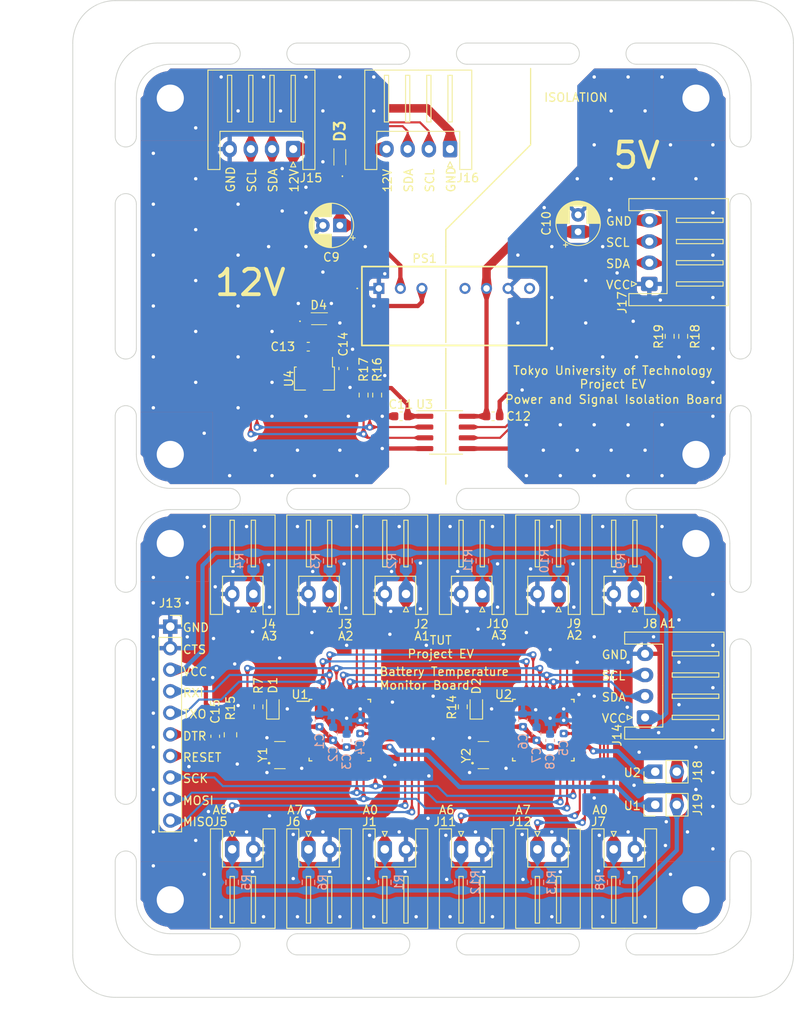
<source format=kicad_pcb>
(kicad_pcb (version 20221018) (generator pcbnew)
  (layers (0 "F.Cu" signal) (31 "B.Cu" signal) (34 "B.Paste" user) (35 "F.Paste" user) (36 "B.SilkS" user "B.Silkscreen") (37 "F.SilkS" user "F.Silkscreen") (38 "B.Mask" user) (39 "F.Mask" user) (44 "Edge.Cuts" user))
  (net 0 "")
  (net 1 "+5VA")
  (net 2 "GND")
  (net 3 "Net-(U1-AREF)")
  (net 4 "Net-(U2-AREF)")
  (net 5 "+5VD")
  (net 6 "/+Vin")
  (net 7 "GND1")
  (net 8 "+5VP")
  (net 9 "GND2")
  (net 10 "+5VL")
  (net 11 "+12V")
  (net 12 "RESET")
  (net 13 "/DTR")
  (net 14 "Net-(D1-A)")
  (net 15 "Net-(D2-A)")
  (net 16 "/Sens1")
  (net 17 "/Sens2")
  (net 18 "/Sens3")
  (net 19 "/Sens4")
  (net 20 "/Sens5")
  (net 21 "/Sens6")
  (net 22 "/Sens7")
  (net 23 "/Sens8")
  (net 24 "/Sens9")
  (net 25 "/Sens10")
  (net 26 "/Sens11")
  (net 27 "/Sens12")
  (net 28 "+5V")
  (net 29 "RXI")
  (net 30 "TXO")
  (net 31 "SCK")
  (net 32 "MOSI")
  (net 33 "MISO")
  (net 34 "SDA")
  (net 35 "SCL")
  (net 36 "/SDA1")
  (net 37 "/SCL1")
  (net 38 "/SCL2")
  (net 39 "/SDA2")
  (net 44 "/XTAL1_A")
  (net 45 "/XTAL2_A")
  (net 55 "/XTAL1_D")
  (net 56 "/XTAL2_D")
  (footprint "MyFootprints:BF@StampHole2.54" (layer "F.Cu") (at 98.75 60 90)
    (fp_text reference "REF**" hide)
    (fp_text value "BF@StampHole2.54")
  )
  (footprint "MountingHole:MountingHole_3.2mm_M3_Pad" (layer "F.Cu") (at 104 104)
    (fp_text reference "REF**" hide)
    (fp_text value "MountingHole_3.2mm_M3_Pad")
  )
  (footprint "Connector_JST:JST_XH_S4B-XH-A_1x04_P2.50mm_Horizontal" (layer "F.Cu") (at 137 57.5 180)
    (fp_text reference "J16")
    (fp_text value "Conn_01x04_Pin")
  )
  (footprint "" (layer "F.Cu") (at 99.75 152.35)
    (fp_text reference "")
    (fp_text value "")
  )
  (footprint "Connector_JST:JST_XH_S4B-XH-A_1x04_P2.50mm_Horizontal" (layer "F.Cu") (at 160 124.5 90)
    (fp_text reference "J14")
    (fp_text value "Conn_01x04_Pin")
  )
  (footprint "MountingHole:MountingHole_3.2mm_M3_Pad" (layer "F.Cu") (at 166 146)
    (fp_text reference "REF**" hide)
    (fp_text value "MountingHole_3.2mm_M3_Pad")
  )
  (footprint "" (layer "F.Cu") (at 99.75 42.45)
    (fp_text reference "")
    (fp_text value "")
  )
  (footprint "" (layer "F.Cu") (at 170.25 40.65)
    (fp_text reference "")
    (fp_text value "")
  )
  (footprint "MountingHole:MountingHole_3.2mm_M3_Pad" (layer "F.Cu") (at 104 51.5)
    (fp_text reference "REF**" hide)
    (fp_text value "MountingHole_3.2mm_M3_Pad")
  )
  (footprint "Connector_JST:JST_XH_S2B-XH-A_1x02_P2.50mm_Horizontal" (layer "F.Cu") (at 140.8 109.95 180)
    (fp_text reference "J10")
    (fp_text value "Conn_01x02_Pin")
  )
  (footprint "Capacitor_SMD:C_0603_1608Metric" (layer "F.Cu") (at 109.3 126.725 90)
    (fp_text reference "C15")
    (fp_text value "0.1u")
  )
  (footprint "" (layer "F.Cu") (at 99.75 155.05)
    (fp_text reference "")
    (fp_text value "")
  )
  (footprint "MyFootprints:BF@StampHole2.54" (layer "F.Cu") (at 115 151.25)
    (fp_text reference "REF**" hide)
    (fp_text value "BF@StampHole2.54")
  )
  (footprint "MyFootprints:BF@StampHole2.54" (layer "F.Cu") (at 115 46.25)
    (fp_text reference "REF**" hide)
    (fp_text value "BF@StampHole2.54")
  )
  (footprint "" (layer "F.Cu") (at 170.25 156.85)
    (fp_text reference "")
    (fp_text value "")
  )
  (footprint "Connector_JST:JST_XH_S2B-XH-A_1x02_P2.50mm_Horizontal" (layer "F.Cu") (at 131.8 109.95 180)
    (fp_text reference "J2")
    (fp_text value "Conn_01x02_Pin")
  )
  (footprint "" (layer "F.Cu") (at 99.75 153.25)
    (fp_text reference "")
    (fp_text value "")
  )
  (footprint "Connector_JST:JST_XH_S2B-XH-A_1x02_P2.50mm_Horizontal" (layer "F.Cu") (at 147.3 140.05)
    (fp_text reference "J12")
    (fp_text value "Conn_01x02_Pin")
  )
  (footprint "Connector_JST:JST_XH_S2B-XH-A_1x02_P2.50mm_Horizontal" (layer "F.Cu") (at 149.8 109.95 180)
    (fp_text reference "J9")
    (fp_text value "Conn_01x02_Pin")
  )
  (footprint "" (layer "F.Cu") (at 99.75 154.15)
    (fp_text reference "")
    (fp_text value "")
  )
  (footprint "Connector_JST:JST_XH_S2B-XH-A_1x02_P2.50mm_Horizontal" (layer "F.Cu") (at 122.8 109.95 180)
    (fp_text reference "J3")
    (fp_text value "Conn_01x02_Pin")
  )
  (footprint "Capacitor_SMD:C_0603_1608Metric" (layer "F.Cu") (at 120.275 80.8)
    (fp_text reference "C13")
    (fp_text value "1u")
  )
  (footprint "MyFootprints:BF@StampHole2.54" (layer "F.Cu") (at 98.75 137.5 90)
    (fp_text reference "REF**" hide)
    (fp_text value "BF@StampHole2.54")
  )
  (footprint "" (layer "F.Cu") (at 170.25 153.25)
    (fp_text reference "")
    (fp_text value "")
  )
  (footprint "MyFootprints:BF@StampHole2.54" (layer "F.Cu") (at 98.75 112.5 90)
    (fp_text reference "REF**" hide)
    (fp_text value "BF@StampHole2.54")
  )
  (footprint "MountingHole:MountingHole_3.2mm_M3_Pad" (layer "F.Cu") (at 104 93.5)
    (fp_text reference "REF**" hide)
    (fp_text value "MountingHole_3.2mm_M3_Pad")
  )
  (footprint "Connector_PinHeader_2.54mm:PinHeader_1x02_P2.54mm_Vertical" (layer "F.Cu") (at 161.2 130.9 90)
    (fp_text reference "J18")
    (fp_text value "Conn_01x02_Pin")
  )
  (footprint "" (layer "F.Cu") (at 170.25 43.35)
    (fp_text reference "")
    (fp_text value "")
  )
  (footprint "" (layer "F.Cu") (at 99.75 40.65)
    (fp_text reference "")
    (fp_text value "")
  )
  (footprint "Capacitor_SMD:C_0805_2012Metric" (layer "F.Cu") (at 111.1 126.55 -90)
    (fp_text reference "R15")
    (fp_text value "10k")
  )
  (footprint "MyFootprints:BF@StampHole2.54" (layer "F.Cu") (at 155 98.75)
    (fp_text reference "REF**" hide)
    (fp_text value "BF@StampHole2.54")
  )
  (footprint "Capacitor_SMD:C_0603_1608Metric" (layer "F.Cu") (at 124.4 83.375 -90)
    (fp_text reference "C14")
    (fp_text value "1u")
  )
  (footprint "" (layer "F.Cu") (at 99.75 45.15)
    (fp_text reference "")
    (fp_text value "")
  )
  (footprint "Connector_JST:JST_XH_S4B-XH-A_1x04_P2.50mm_Horizontal" (layer "F.Cu") (at 118.5 57.5 180)
    (fp_text reference "J15")
    (fp_text value "Conn_01x04_Pin")
  )
  (footprint "MyFootprints:BF@StampHole2.54" (layer "F.Cu") (at 171.25 85 90)
    (fp_text reference "REF**" hide)
    (fp_text value "BF@StampHole2.54")
  )
  (footprint "MyFootprints:BF@StampHole2.54" (layer "F.Cu") (at 155 46.25)
    (fp_text reference "REF**" hide)
    (fp_text value "BF@StampHole2.54")
  )
  (footprint "MyFootprints:BF@StampHole2.54" (layer "F.Cu") (at 135 151.25)
    (fp_text reference "REF**" hide)
    (fp_text value "BF@StampHole2.54")
  )
  (footprint "" (layer "F.Cu") (at 170.25 154.15)
    (fp_text reference "")
    (fp_text value "")
  )
  (footprint "SamacSys_Parts:CSTCE16M0V53R0" (layer "F.Cu") (at 116.9 128.95 -90)
    (fp_text reference "Y1")
    (fp_text value "CSTCE16M0V53-R0" hide)
  )
  (footprint "Connector_JST:JST_XH_S2B-XH-A_1x02_P2.50mm_Horizontal" (layer "F.Cu") (at 113.8 109.95 180)
    (fp_text reference "J4")
    (fp_text value "Conn_01x02_Pin")
  )
  (footprint "SamacSys_Parts:CUHS20S40H3F" (layer "F.Cu") (at 124 58.45 90)
    (fp_text reference "D3")
    (fp_text value "CUHS20S30" hide)
  )
  (footprint "SamacSys_Parts:CUHS20S40H3F" (layer "F.Cu") (at 121.55 77.5)
    (fp_text reference "D4")
    (fp_text value "CUHS20S30" hide)
  )
  (footprint "" (layer "F.Cu") (at 99.75 44.25)
    (fp_text reference "")
    (fp_text value "")
  )
  (footprint "Package_QFP:TQFP-32_7x7mm_P0.8mm" (layer "F.Cu") (at 148 126)
    (fp_text reference "U2")
    (fp_text value "ATmega328P-A")
  )
  (footprint "MountingHole:MountingHole_3.2mm_M3_Pad" (layer "F.Cu") (at 166 104)
    (fp_text reference "REF**" hide)
    (fp_text value "MountingHole_3.2mm_M3_Pad")
  )
  (footprint "Resistor_SMD:R_0603_1608Metric" (layer "F.Cu") (at 126.8 86.5 -90)
    (fp_text reference "R17")
    (fp_text value "3.3k")
  )
  (footprint "Connector_JST:JST_XH_S2B-XH-A_1x02_P2.50mm_Horizontal" (layer "F.Cu") (at 158.8 109.95 180)
    (fp_text reference "J8")
    (fp_text value "Conn_01x02_Pin")
  )
  (footprint "SamacSys_Parts:MCWI0312S15" (layer "F.Cu") (at 128.6 73.925)
    (fp_text reference "PS1")
    (fp_text value "MCWI03-12S05" hide)
  )
  (footprint "Connector_PinHeader_2.54mm:PinHeader_1x02_P2.54mm_Vertical" (layer "F.Cu") (at 161.2 134.8 90)
    (fp_text reference "J19")
    (fp_text value "Conn_01x02_Pin")
  )
  (footprint "LED_SMD:LED_0603_1608Metric" (layer "F.Cu") (at 116.1 123.2125 90)
    (fp_text reference "D1")
    (fp_text value "LED")
  )
  (footprint "MyFootprints:BF@StampHole2.54" (layer "F.Cu") (at 135 46.25)
    (fp_text reference "REF**" hide)
    (fp_text value "BF@StampHole2.54")
  )
  (footprint "" (layer "F.Cu") (at 99.75 41.55)
    (fp_text reference "")
    (fp_text value "")
  )
  (footprint "Capacitor_THT:CP_Radial_D5.0mm_P2.00mm" (layer "F.Cu") (at 152.1 67.255113 90)
    (fp_text reference "C10")
    (fp_text value "3.3u")
  )
  (footprint "Package_TO_SOT_SMD:SOT-89-3" (layer "F.Cu") (at 121 84.55 -90)
    (fp_text reference "U4")
    (fp_text value "NJM78L05SU3")
  )
  (footprint "Connector_JST:JST_XH_S2B-XH-A_1x02_P2.50mm_Horizontal" (layer "F.Cu") (at 156.3 140.05)
    (fp_text reference "J7")
    (fp_text value "Conn_01x02_Pin")
  )
  (footprint "" (layer "F.Cu") (at 170.25 41.55)
    (fp_text reference "")
    (fp_text value "")
  )
  (footprint "MyFootprints:BF@StampHole2.54" (layer "F.Cu") (at 155 151.25)
    (fp_text reference "REF**" hide)
    (fp_text value "BF@StampHole2.54")
  )
  (footprint "Capacitor_THT:CP_Radial_D5.0mm_P2.00mm" (layer "F.Cu") (at 124 66.5 180)
    (fp_text reference "C9")
    (fp_text value "3.3u")
  )
  (footprint "" (layer "F.Cu") (at 170.25 44.25)
    (fp_text reference "")
    (fp_text value "")
  )
  (footprint "" (layer "F.Cu") (at 99.75 156.85)
    (fp_text reference "")
    (fp_text value "")
  )
  (footprint "MountingHole:MountingHole_3.2mm_M3_Pad" (layer "F.Cu") (at 166 51.5)
    (fp_text reference "REF**" hide)
    (fp_text value "MountingHole_3.2mm_M3_Pad")
  )
  (footprint "Capacitor_SMD:C_0603_1608Metric" (layer "F.Cu") (at 142.075 89)
    (fp_text reference "C12")
    (fp_text value "0.1u")
  )
  (footprint "Resistor_SMD:R_0603_1608Metric" (layer "F.Cu") (at 114.4 123.25 90)
    (fp_text reference "R7")
    (fp_text value "Opt")
  )
  (footprint "MyFootprints:BF@StampHole2.54" (layer "F.Cu") (at 135 98.75)
    (fp_text reference "REF**" hide)
    (fp_text value "BF@StampHole2.54")
  )
  (footprint "MountingHole:MountingHole_3.2mm_M3_Pad" (layer "F.Cu") (at 104 146)
    (fp_text reference "REF**" hide)
    (fp_text value "MountingHole_3.2mm_M3_Pad")
  )
  (footprint "Resistor_SMD:R_0603_1608Metric" (layer "F.Cu") (at 164.5 79.575 90)
    (fp_text reference "R18")
    (fp_text value "3.3k")
  )
  (footprint "Capacitor_SMD:C_0603_1608Metric" (layer "F.Cu") (at 131.225 89 180)
    (fp_text reference "C11")
    (fp_text value "0.1u")
  )
  (footprint "MountingHole:MountingHole_3.2mm_M3_Pad" (layer "F.Cu") (at 166 93.5)
    (fp_text reference "REF**" hide)
    (fp_text value "MountingHole_3.2mm_M3_Pad")
  )
  (footprint "LED_SMD:LED_0603_1608Metric" (layer "F.Cu") (at 140.1 123.2125 90)
    (fp_text reference "D2")
    (fp_text value "LED")
  )
  (footprint "" (layer "F.Cu") (at 99.75 155.95)
    (fp_text reference "")
    (fp_text value "")
  )
  (footprint "SamacSys_Parts:CSTCE16M0V53R0" (layer "F.Cu") (at 140.9 128.95 -90)
    (fp_text reference "Y2")
    (fp_text value "CSTCE16M0V53-R0" hide)
  )
  (footprint "Package_QFP:TQFP-32_7x7mm_P0.8mm" (layer "F.Cu") (at 124 126)
    (fp_text reference "U1")
    (fp_text value "ATmega328P-A")
  )
  (footprint "Connector_JST:JST_XH_S2B-XH-A_1x02_P2.50mm_Horizontal" (layer "F.Cu") (at 120.3 140.05)
    (fp_text reference "J6")
    (fp_text value "Conn_01x02_Pin")
  )
  (footprint "Package_SO:SOIC-8_3.9x4.9mm_P1.27mm" (layer "F.Cu") (at 136.525 90.905)
    (fp_text reference "U3")
    (fp_text value "ADuM1250")
  )
  (footprint "" (layer "F.Cu") (at 170.25 155.95)
    (fp_text reference "")
    (fp_text value "")
  )
  (footprint "MyFootprints:BF@StampHole2.54" (layer "F.Cu") (at 98.75 85 90)
    (fp_text reference "REF**" hide)
    (fp_text value "BF@StampHole2.54")
  )
  (footprint "Connector_JST:JST_XH_S2B-XH-A_1x02_P2.50mm_Horizontal" (layer "F.Cu") (at 129.3 140.05)
    (fp_text reference "J1")
    (fp_text value "Conn_01x02_Pin")
  )
  (footprint "" (layer "F.Cu") (at 170.25 155.05)
    (fp_text reference "")
    (fp_text value "")
  )
  (footprint "MyFootprints:BF@StampHole2.54" (layer "F.Cu") (at 171.25 137.5 90)
    (fp_text reference "REF**" hide)
    (fp_text value "BF@StampHole2.54")
  )
  (footprint "" (layer "F.Cu") (at 170.25 152.35)
    (fp_text reference "")
    (fp_text value "")
  )
  (footprint "Resistor_SMD:R_0603_1608Metric" (layer "F.Cu") (at 128.4 86.5 -90)
    (fp_text reference "R16")
    (fp_text value "3.3k")
  )
  (footprint "Connector_JST:JST_XH_S2B-XH-A_1x02_P2.50mm_Horizontal" (layer "F.Cu") (at 138.3 140.05)
    (fp_text reference "J11")
    (fp_text value "Conn_01x02_Pin")
  )
  (footprint "" (layer "F.Cu") (at 170.25 42.45)
    (fp_text reference "")
    (fp_text value "")
  )
  (footprint "Connector_JST:JST_XH_S2B-XH-A_1x02_P2.50mm_Horizontal" (layer "F.Cu") (at 111.3 140.05)
    (fp_text reference "J5")
    (fp_text value "Conn_01x02_Pin")
  )
  (footprint "Resistor_SMD:R_0603_1608Metric" (layer "F.Cu") (at 162.9 79.575 90)
    (fp_text reference "R19")
    (fp_text value "3.3k")
  )
  (footprint "" (layer "F.Cu") (at 99.75 43.35)
    (fp_text reference "")
    (fp_text value "")
  )
  (footprint "MyFootprints:BF@StampHole2.54" (layer "F.Cu") (at 171.25 60 90)
    (fp_text reference "REF**" hide)
    (fp_text value "BF@StampHole2.54")
  )
  (footprint "Connector_JST:JST_XH_S4B-XH-A_1x04_P2.50mm_Horizontal" (layer "F.Cu") (at 160.5 73.4 90)
    (fp_text reference "J17")
    (fp_text value "Conn_01x04_Pin")
  )
  (footprint "MyFootprints:BF@StampHole2.54" (layer "F.Cu") (at 171.25 112.5 90)
    (fp_text reference "REF**" hide)
    (fp_text value "BF@StampHole2.54")
  )
  (footprint "Connector_PinSocket_2.54mm:PinSocket_1x10_P2.54mm_Vertical" (layer "F.Cu") (at 104 113.8)
    (fp_text reference "J13")
    (fp_text value "Conn_01x10_Socket")
  )
  (footprint "Resistor_SMD:R_0603_1608Metric" (layer "F.Cu") (at 138.5 123.25 90)
    (fp_text reference "R14")
    (fp_text value "Opt")
  )
  (footprint "MyFootprints:BF@StampHole2.54" (layer "F.Cu") (at 115 98.75)
    (fp_text reference "REF**" hide)
    (fp_text value "BF@StampHole2.54")
  )
  (footprint "" (layer "F.Cu") (at 170.25 45.15)
    (fp_text reference "")
    (fp_text value "")
  )
  (footprint "Capacitor_SMD:C_0805_2012Metric" (layer "B.Cu") (at 140.8 106.05 -90)
    (fp_text reference "R11")
    (fp_text value "10k")
  )
  (footprint "Capacitor_SMD:C_0805_2012Metric" (layer "B.Cu") (at 147.3 143.95 90)
    (fp_text reference "R13")
    (fp_text value "10k")
  )
  (footprint "Capacitor_SMD:C_0603_1608Metric" (layer "B.Cu") (at 123.2 126.425 90)
    (fp_text reference "C2")
    (fp_text value "0.1u")
  )
  (footprint "Capacitor_SMD:C_0603_1608Metric" (layer "B.Cu") (at 148.8 127.225 90)
    (fp_text reference "C8")
    (fp_text value "0.1u")
  )
  (footprint "Capacitor_SMD:C_0603_1608Metric" (layer "B.Cu") (at 147.2 126.425 90)
    (fp_text reference "C7")
    (fp_text value "0.1u")
  )
  (footprint "Capacitor_SMD:C_0603_1608Metric" (layer "B.Cu") (at 124.8 127.225 90)
    (fp_text reference "C3")
    (fp_text value "0.1u")
  )
  (footprint "Capacitor_SMD:C_0805_2012Metric" (layer "B.Cu") (at 149.8 106.05 -90)
    (fp_text reference "R10")
    (fp_text value "10k")
  )
  (footprint "Capacitor_SMD:C_0805_2012Metric" (layer "B.Cu") (at 131.8 106.05 -90)
    (fp_text reference "R2")
    (fp_text value "10k")
  )
  (footprint "Capacitor_SMD:C_0805_2012Metric" (layer "B.Cu") (at 120.3 143.95 90)
    (fp_text reference "R6")
    (fp_text value "10k")
  )
  (footprint "Capacitor_SMD:C_0805_2012Metric" (layer "B.Cu") (at 111.3 143.95 90)
    (fp_text reference "R5")
    (fp_text value "10k")
  )
  (footprint "Capacitor_SMD:C_0805_2012Metric" (layer "B.Cu") (at 122.8 106.05 -90)
    (fp_text reference "R3")
    (fp_text value "10k")
  )
  (footprint "Capacitor_SMD:C_0603_1608Metric" (layer "B.Cu") (at 145.6 124.825 90)
    (fp_text reference "C6")
    (fp_text value "0.1u")
  )
  (footprint "Capacitor_SMD:C_0805_2012Metric" (layer "B.Cu") (at 129.3 143.95 90)
    (fp_text reference "R1")
    (fp_text value "10k")
  )
  (footprint "Capacitor_SMD:C_0805_2012Metric" (layer "B.Cu") (at 156.3 143.95 90)
    (fp_text reference "R8")
    (fp_text value "10k")
  )
  (footprint "Capacitor_SMD:C_0603_1608Metric" (layer "B.Cu") (at 126.4 125.625 90)
    (fp_text reference "C4")
    (fp_text value "0.1u")
  )
  (footprint "Capacitor_SMD:C_0805_2012Metric" (layer "B.Cu") (at 138.3 143.95 90)
    (fp_text reference "R12")
    (fp_text value "10k")
  )
  (footprint "Capacitor_SMD:C_0805_2012Metric" (layer "B.Cu") (at 158.8 106.05 -90)
    (fp_text reference "R9")
    (fp_text value "10k")
  )
  (footprint "Capacitor_SMD:C_0603_1608Metric" (layer "B.Cu") (at 121.6 124.825 90)
    (fp_text reference "C1")
    (fp_text value "0.1u")
  )
  (footprint "Capacitor_SMD:C_0805_2012Metric" (layer "B.Cu") (at 113.8 106.05 -90)
    (fp_text reference "R4")
    (fp_text value "10k")
  )
  (footprint "Capacitor_SMD:C_0603_1608Metric" (layer "B.Cu") (at 150.4 125.625 90)
    (fp_text reference "C5")
    (fp_text value "0.1u")
  )
  (gr_line (start 136.5 81.6) (end 136.5 81) (stroke (width 0.15)) (layer "F.SilkS"))
  (gr_line (start 136.5 80.3) (end 136.5 71.7) (stroke (width 0.15)) (layer "F.SilkS"))
  (gr_line (start 146.5 57) (end 146.5 48) (stroke (width 0.15)) (layer "F.SilkS"))
  (gr_line (start 136.5 71) (end 136.5 69) (stroke (width 0.15)) (layer "F.SilkS"))
  (gr_line (start 136.5 67) (end 136.5 69) (stroke (width 0.15)) (layer "F.SilkS"))
  (gr_line (start 136.5 88.1) (end 136.5 81.6) (stroke (width 0.15)) (layer "F.SilkS"))
  (gr_line (start 136.5 97) (end 136.5 93.8) (stroke (width 0.15)) (layer "F.SilkS"))
  (gr_line (start 136.5 93.2) (end 136.5 88.6) (stroke (width 0.15)) (layer "F.SilkS"))
  (gr_line (start 146.5 57) (end 136.5 67) (stroke (width 0.15)) (layer "F.SilkS"))
  (gr_line (start 139 100) (end 151 100) (stroke (width 0.1)) (layer "Edge.Cuts"))
  (gr_arc (start 100 51.5) (mid 101.171573 48.671573) (end 104 47.5) (stroke (width 0.1)) (layer "Edge.Cuts"))
  (gr_line (start 151 47.5) (end 139 47.5) (stroke (width 0.1)) (layer "Edge.Cuts"))
  (gr_arc (start 131 150) (mid 132.25 151.25) (end 131 152.5) (stroke (width 0.1)) (layer "Edge.Cuts"))
  (gr_arc (start 172.5 147.5) (mid 171.035534 151.035534) (end 167.5 152.5) (stroke (width 0.1)) (layer "Edge.Cuts"))
  (gr_arc (start 119 152.5) (mid 117.75 151.25) (end 119 150) (stroke (width 0.1)) (layer "Edge.Cuts"))
  (gr_arc (start 100 108.5) (mid 98.75 109.75) (end 97.5 108.5) (stroke (width 0.1)) (layer "Edge.Cuts"))
  (gr_arc (start 139 152.5) (mid 137.75 151.25) (end 139 150) (stroke (width 0.1)) (layer "Edge.Cuts"))
  (gr_arc (start 97.5 89) (mid 98.75 87.75) (end 100 89) (stroke (width 0.1)) (layer "Edge.Cuts"))
  (gr_line (start 139 150) (end 151 150) (stroke (width 0.1)) (layer "Edge.Cuts"))
  (gr_arc (start 159 100) (mid 157.75 98.75) (end 159 97.5) (stroke (width 0.1)) (layer "Edge.Cuts"))
  (gr_line (start 100 116.5) (end 100 133.5) (stroke (width 0.1)) (layer "Edge.Cuts"))
  (gr_arc (start 97.5 50) (mid 98.964466 46.464466) (end 102.5 45) (stroke (width 0.1)) (layer "Edge.Cuts"))
  (gr_line (start 172.5 40) (end 97.5 40) (stroke (width 0.1)) (layer "Edge.Cuts"))
  (gr_line (start 102.5 45) (end 111 45) (stroke (width 0.1)) (layer "Edge.Cuts"))
  (gr_arc (start 151 45) (mid 152.25 46.25) (end 151 47.5) (stroke (width 0.1)) (layer "Edge.Cuts"))
  (gr_arc (start 100 56) (mid 98.75 57.25) (end 97.5 56) (stroke (width 0.1)) (layer "Edge.Cuts"))
  (gr_arc (start 97.5 157.5) (mid 93.964466 156.035534) (end 92.5 152.5) (stroke (width 0.1)) (layer "Edge.Cuts"))
  (gr_arc (start 172.5 56) (mid 171.25 57.25) (end 170 56) (stroke (width 0.1)) (layer "Edge.Cuts"))
  (gr_line (start 172.5 81) (end 172.5 64) (stroke (width 0.1)) (layer "Edge.Cuts"))
  (gr_line (start 100 104) (end 100 108.5) (stroke (width 0.1)) (layer "Edge.Cuts"))
  (gr_arc (start 111 45) (mid 112.25 46.25) (end 111 47.5) (stroke (width 0.1)) (layer "Edge.Cuts"))
  (gr_line (start 159 152.5) (end 167.5 152.5) (stroke (width 0.1)) (layer "Edge.Cuts"))
  (gr_arc (start 100 133.5) (mid 98.75 134.75) (end 97.5 133.5) (stroke (width 0.1)) (layer "Edge.Cuts"))
  (gr_line (start 172.5 108.5) (end 172.5 89) (stroke (width 0.1)) (layer "Edge.Cuts"))
  (gr_line (start 139 152.5) (end 151 152.5) (stroke (width 0.1)) (layer "Edge.Cuts"))
  (gr_line (start 104 100) (end 111 100) (stroke (width 0.1)) (layer "Edge.Cuts"))
  (gr_line (start 97.5 64) (end 97.5 81) (stroke (width 0.1)) (layer "Edge.Cuts"))
  (gr_arc (start 159 152.5) (mid 157.75 151.25) (end 159 150) (stroke (width 0.1)) (layer "Edge.Cuts"))
  (gr_arc (start 97.5 141.5) (mid 98.75 140.25) (end 100 141.5) (stroke (width 0.1)) (layer "Edge.Cuts"))
  (gr_arc (start 172.5 108.5) (mid 171.25 109.75) (end 170 108.5) (stroke (width 0.1)) (layer "Edge.Cuts"))
  (gr_line (start 177.5 152.5) (end 177.5 45) (stroke (width 0.1)) (layer "Edge.Cuts"))
  (gr_arc (start 111 150) (mid 112.25 151.25) (end 111 152.5) (stroke (width 0.1)) (layer "Edge.Cuts"))
  (gr_line (start 166 47.5) (end 159 47.5) (stroke (width 0.1)) (layer "Edge.Cuts"))
  (gr_arc (start 111 97.5) (mid 112.25 98.75) (end 111 100) (stroke (width 0.1)) (layer "Edge.Cuts"))
  (gr_arc (start 177.5 152.5) (mid 176.035534 156.035534) (end 172.5 157.5) (stroke (width 0.1)) (layer "Edge.Cuts"))
  (gr_arc (start 159 47.5) (mid 157.75 46.25) (end 159 45) (stroke (width 0.1)) (layer "Edge.Cuts"))
  (gr_line (start 170 146) (end 170 141.5) (stroke (width 0.1)) (layer "Edge.Cuts"))
  (gr_arc (start 170 116.5) (mid 171.25 115.25) (end 172.5 116.5) (stroke (width 0.1)) (layer "Edge.Cuts"))
  (gr_arc (start 170 141.5) (mid 171.25 140.25) (end 172.5 141.5) (stroke (width 0.1)) (layer "Edge.Cuts"))
  (gr_arc (start 166 100) (mid 168.828427 101.171573) (end 170 104) (stroke (width 0.1)) (layer "Edge.Cuts"))
  (gr_line (start 131 45) (end 119 45) (stroke (width 0.1)) (layer "Edge.Cuts"))
  (gr_arc (start 92.5 45) (mid 93.964466 41.464466) (end 97.5 40) (stroke (width 0.1)) (layer "Edge.Cuts"))
  (gr_line (start 97.5 50) (end 97.5 56) (stroke (width 0.1)) (layer "Edge.Cuts"))
  (gr_line (start 104 150) (end 111 150) (stroke (width 0.1)) (layer "Edge.Cuts"))
  (gr_arc (start 139 47.5) (mid 137.75 46.25) (end 139 45) (stroke (width 0.1)) (layer "Edge.Cuts"))
  (gr_arc (start 139 100) (mid 137.75 98.75) (end 139 97.5) (stroke (width 0.1)) (layer "Edge.Cuts"))
  (gr_line (start 100 81) (end 100 64) (stroke (width 0.1)) (layer "Edge.Cuts"))
  (gr_line (start 170 81) (end 170 64) (stroke (width 0.1)) (layer "Edge.Cuts"))
  (gr_line (start 102.5 152.5) (end 111 152.5) (stroke (width 0.1)) (layer "Edge.Cuts"))
  (gr_line (start 172.5 50) (end 172.5 56) (stroke (width 0.1)) (layer "Edge.Cuts"))
  (gr_arc (start 172.5 40) (mid 176.035534 41.464466) (end 177.5 45) (stroke (width 0.1)) (layer "Edge.Cuts"))
  (gr_arc (start 170 89) (mid 171.25 87.75) (end 172.5 89) (stroke (width 0.1)) (layer "Edge.Cuts"))
  (gr_line (start 170 108.5) (end 170 104) (stroke (width 0.1)) (layer "Edge.Cuts"))
  (gr_arc (start 151 97.5) (mid 152.25 98.75) (end 151 100) (stroke (width 0.1)) (layer "Edge.Cuts"))
  (gr_line (start 159 97.5) (end 166 97.5) (stroke (width 0.1)) (layer "Edge.Cuts"))
  (gr_line (start 172.5 147.5) (end 172.5 141.5) (stroke (width 0.1)) (layer "Edge.Cuts"))
  (gr_line (start 97.5 116.5) (end 97.5 133.5) (stroke (width 0.1)) (layer "Edge.Cuts"))
  (gr_line (start 100 89) (end 100 93.5) (stroke (width 0.1)) (layer "Edge.Cuts"))
  (gr_arc (start 151 150) (mid 152.25 151.25) (end 151 152.5) (stroke (width 0.1)) (layer "Edge.Cuts"))
  (gr_arc (start 119 47.5) (mid 117.75 46.25) (end 119 45) (stroke (width 0.1)) (layer "Edge.Cuts"))
  (gr_line (start 159 150) (end 166 150) (stroke (width 0.1)) (layer "Edge.Cuts"))
  (gr_arc (start 167.5 45) (mid 171.035534 46.464466) (end 172.5 50) (stroke (width 0.1)) (layer "Edge.Cuts"))
  (gr_line (start 170 133.5) (end 170 116.5) (stroke (width 0.1)) (layer "Edge.Cuts"))
  (gr_arc (start 119 100) (mid 117.75 98.75) (end 119 97.5) (stroke (width 0.1)) (layer "Edge.Cuts"))
  (gr_arc (start 100 104) (mid 101.171573 101.171573) (end 104 100) (stroke (width 0.1)) (layer "Edge.Cuts"))
  (gr_line (start 131 47.5) (end 119 47.5) (stroke (width 0.1)) (layer "Edge.Cuts"))
  (gr_line (start 119 152.5) (end 131 152.5) (stroke (width 0.1)) (layer "Edge.Cuts"))
  (gr_arc (start 97.5 116.5) (mid 98.75 115.25) (end 100 116.5) (stroke (width 0.1)) (layer "Edge.Cuts"))
  (gr_line (start 100 141.5) (end 100 146) (stroke (width 0.1)) (layer "Edge.Cuts"))
  (gr_line (start 170 51.5) (end 170 56) (stroke (width 0.1)) (layer "Edge.Cuts"))
  (gr_line (start 151 45) (end 139 45) (stroke (width 0.1)) (layer "Edge.Cuts"))
  (gr_line (start 170 89) (end 170 93.5) (stroke (width 0.1)) (layer "Edge.Cuts"))
  (gr_line (start 159 100) (end 166 100) (stroke (width 0.1)) (layer "Edge.Cuts"))
  (gr_line (start 104 97.5) (end 111 97.5) (stroke (width 0.1)) (layer "Edge.Cuts"))
  (gr_arc (start 172.5 133.5) (mid 171.25 134.75) (end 170 133.5) (stroke (width 0.1)) (layer "Edge.Cuts"))
  (gr_arc (start 170 64) (mid 171.25 62.75) (end 172.5 64) (stroke (width 0.1)) (layer "Edge.Cuts"))
  (gr_line (start 104 47.5) (end 111 47.5) (stroke (width 0.1)) (layer "Edge.Cuts"))
  (gr_arc (start 131 97.5) (mid 132.25 98.75) (end 131 100) (stroke (width 0.1)) (layer "Edge.Cuts"))
  (gr_arc (start 104 97.5) (mid 101.171573 96.328427) (end 100 93.5) (stroke (width 0.1)) (layer "Edge.Cuts"))
  (gr_arc (start 170 93.5) (mid 168.828427 96.328427) (end 166 97.5) (stroke (width 0.1)) (layer "Edge.Cuts"))
  (gr_arc (start 102.5 152.5) (mid 98.964466 151.035534) (end 97.5 147.5) (stroke (width 0.1)) (layer "Edge.Cuts"))
  (gr_line (start 172.5 133.5) (end 172.5 116.5) (stroke (width 0.1)) (layer "Edge.Cuts"))
  (gr_arc (start 131 45) (mid 132.25 46.25) (end 131 47.5) (stroke (width 0.1)) (layer "Edge.Cuts"))
  (gr_line (start 119 100) (end 131 100) (stroke (width 0.1)) (layer "Edge.Cuts"))
  (gr_line (start 119 97.5) (end 131 97.5) (stroke (width 0.1)) (layer "Edge.Cuts"))
  (gr_arc (start 166 47.5) (mid 168.828427 48.671573) (end 170 51.5) (stroke (width 0.1)) (layer "Edge.Cuts"))
  (gr_line (start 167.5 45) (end 159 45) (stroke (width 0.1)) (layer "Edge.Cuts"))
  (gr_line (start 97.5 89) (end 97.5 108.5) (stroke (width 0.1)) (layer "Edge.Cuts"))
  (gr_line (start 139 97.5) (end 151 97.5) (stroke (width 0.1)) (layer "Edge.Cuts"))
  (gr_arc (start 104 150) (mid 101.171573 148.828427) (end 100 146) (stroke (width 0.1)) (layer "Edge.Cuts"))
  (gr_line (start 100 51.5) (end 100 56) (stroke (width 0.1)) (layer "Edge.Cuts"))
  (gr_line (start 97.5 157.5) (end 172.5 157.5) (stroke (width 0.1)) (layer "Edge.Cuts"))
  (gr_arc (start 97.5 64) (mid 98.75 62.75) (end 100 64) (stroke (width 0.1)) (layer "Edge.Cuts"))
  (gr_line (start 119 150) (end 131 150) (stroke (width 0.1)) (layer "Edge.Cuts"))
  (gr_arc (start 172.5 81) (mid 171.25 82.25) (end 170 81) (stroke (width 0.1)) (layer "Edge.Cuts"))
  (gr_arc (start 100 81) (mid 98.75 82.25) (end 97.5 81) (stroke (width 0.1)) (layer "Edge.Cuts"))
  (gr_line (start 92.5 45) (end 92.5 152.5) (stroke (width 0.1)) (layer "Edge.Cuts"))
  (gr_arc (start 170 146) (mid 168.828427 148.828427) (end 166 150) (stroke (width 0.1)) (layer "Edge.Cuts"))
  (gr_line (start 97.5 141.5) (end 97.5 147.5) (stroke (width 0.1)) (layer "Edge.Cuts"))
  (gr_text "GND" (at 154.8 117.7) (layer "F.SilkS") (effects (font (size 1 1)) (justify left bottom)))
  (gr_text "GND" (at 111.7 62.7 90) (layer "F.SilkS") (effects (font (size 1 1)) (justify left bottom)))
  (gr_text "TUT\nProject EV" (at 135.9 117.6) (layer "F.SilkS") (effects (font (size 1 1)) (justify bottom)))
  (gr_text "GND" (at 105.4 114.5) (layer "F.SilkS") (effects (font (size 1 1)) (justify left bottom)))
  (gr_text "SDA" (at 132.7 62.7 90) (layer "F.SilkS") (effects (font (size 1 1)) (justify left bottom)))
  (gr_text "SDA" (at 116.7 62.7 90) (layer "F.SilkS") (effects (font (size 1 1)) (justify left bottom)))
  (gr_text "A7" (at 117.7 136) (layer "F.SilkS") (effects (font (size 1 1)) (justify left bottom)))
  (gr_text "12V" (at 109 75) (layer "F.SilkS") (effects (font (size 3 3) (thickness 0.45)) (justify left bottom)))
  (gr_text "RESET" (at 105.4 129.8) (layer "F.SilkS") (effects (font (size 1 1)) (justify left bottom)))
  (gr_text "ISOLATION" (at 148 52) (layer "F.SilkS") (effects (font (size 1 1)) (justify left bottom)))
  (gr_text "Power and Signal Isolation Board" (at 143.4 87.6) (layer "F.SilkS") (effects (font (size 1 1)) (justify left bottom)))
  (gr_text "SDA" (at 155.3 71.6) (layer "F.SilkS") (effects (font (size 1 1)) (justify left bottom)))
  (gr_text "U2" (at 157.4 131.6) (layer "F.SilkS") (effects (font (size 1 1)) (justify left bottom)))
  (gr_text "DTR" (at 105.4 127.3) (layer "F.SilkS") (effects (font (size 1 1)) (justify left bottom)))
  (gr_text "SCL" (at 154.8 120.2) (layer "F.SilkS") (effects (font (size 1 1)) (justify left bottom)))
  (gr_text "VCC" (at 154.8 125.2) (layer "F.SilkS") (effects (font (size 1 1)) (justify left bottom)))
  (gr_text "GND" (at 155.3 66.6) (layer "F.SilkS") (effects (font (size 1 1)) (justify left bottom)))
  (gr_text "MISO" (at 105.4 137.4) (layer "F.SilkS") (effects (font (size 1 1)) (justify left bottom)))
  (gr_text "TXO" (at 105.4 124.7) (layer "F.SilkS") (effects (font (size 1 1)) (justify left bottom)))
  (gr_text "CTS" (at 105.4 117.1) (layer "F.SilkS") (effects (font (size 1 1)) (justify left bottom)))
  (gr_text "A6" (at 108.9 136) (layer "F.SilkS") (effects (font (size 1 1)) (justify left bottom)))
  (gr_text "SCL" (at 114.2 62.7 90) (layer "F.SilkS") (effects (font (size 1 1)) (justify left bottom)))
  (gr_text "Tokyo University of Technology\nProject EV" (at 156.2 85.8) (layer "F.SilkS") (effects (font (size 1 1)) (justify bottom)))
  (gr_text "12V" (at 130.2 62.7 90) (layer "F.SilkS") (effects (font (size 1 1)) (justify left bottom)))
  (gr_text "MOSI" (at 105.4 134.9) (layer "F.SilkS") (effects (font (size 1 1)) (justify left bottom)))
  (gr_text "VCC" (at 105.4 119.7) (layer "F.SilkS") (effects (font (size 1 1)) (justify left bottom)))
  (gr_text "A2" (at 123.7 115.5) (layer "F.SilkS") (effects (font (size 1 1)) (justify left bottom)))
  (gr_text "A3" (at 114.7 115.5) (layer "F.SilkS") (effects (font (size 1 1)) (justify left bottom)))
  (gr_text "Battery Temperature\nMonitor Board" (at 128.6 121.3) (layer "F.SilkS") (effects (font (size 1 1)) (justify left bottom)))
  (gr_text "A7" (at 144.6 136) (layer "F.SilkS") (effects (font (size 1 1)) (justify left bottom)))
  (gr_text "A0" (at 153.7 136) (layer "F.SilkS") (effects (font (size 1 1)) (justify left bottom)))
  (gr_text "A6" (at 135.6 136) (layer "F.SilkS") (effects (font (size 1 1)) (justify left bottom)))
  (gr_text "A1" (at 161.7 114) (layer "F.SilkS") (effects (font (size 1 1)) (justify left bottom)))
  (gr_text "12V" (at 119.2 62.7 90) (layer "F.SilkS") (effects (font (size 1 1)) (justify left bottom)))
  (gr_text "5V" (at 156 60) (layer "F.SilkS") (effects (font (size 3 3) (thickness 0.45)) (justify left bottom)))
  (gr_text "RXI" (at 105.4 122.2) (layer "F.SilkS") (effects (font (size 1 1)) (justify left bottom)))
  (gr_text "SCL" (at 135.2 62.7 90) (layer "F.SilkS") (effects (font (size 1 1)) (justify left bottom)))
  (gr_text "GND" (at 137.7 62.7 90) (layer "F.SilkS") (effects (font (size 1 1)) (justify left bottom)))
  (gr_text "A1" (at 132.7 115.5) (layer "F.SilkS") (effects (font (size 1 1)) (justify left bottom)))
  (gr_text "SDA" (at 154.8 122.7) (layer "F.SilkS") (effects (font (size 1 1)) (justify left bottom)))
  (gr_text "VCC" (at 155.3 74.1) (layer "F.SilkS") (effects (font (size 1 1)) (justify left bottom)))
  (gr_text "A2" (at 150.7 115.4) (layer "F.SilkS") (effects (font (size 1 1)) (justify left bottom)))
  (gr_text "U1" (at 157.4 135.5) (layer "F.SilkS") (effects (font (size 1 1)) (justify left bottom)))
  (gr_text "SCK" (at 105.4 132.3) (layer "F.SilkS") (effects (font (size 1 1)) (justify left bottom)))
  (gr_text "A0" (at 126.6 136) (layer "F.SilkS") (effects (font (size 1 1)) (justify left bottom)))
  (gr_text "A3" (at 141.8 115.4) (layer "F.SilkS") (effects (font (size 1 1)) (justify left bottom)))
  (gr_text "SCL" (at 155.3 69.1) (layer "F.SilkS") (effects (font (size 1 1)) (justify left bottom)))
  (segment (start 124 128) (end 123.2 127.2) (width 0.5) (layer "F.Cu") (net 1))
  (segment (start 121.6 125.6) (end 119.75 125.6) (width 0.5) (layer "F.Cu") (net 1))
  (segment (start 119.75 127.2) (end 123.2 127.2) (width 0.5) (layer "F.Cu") (net 1))
  (segment (start 124.8 128) (end 124 128) (width 0.5) (layer "F.Cu") (net 1))
  (segment (start 114.9 125.6) (end 114.4 125.1) (width 0.5) (layer "F.Cu") (net 1))
  (segment (start 129.9 128) (end 128.25 128) (width 0.5) (layer "F.Cu") (net 1))
  (segment (start 114.4 125.1) (end 114.4 124.075) (width 0.5) (layer "F.Cu") (net 1))
  (segment (start 123.2 127.2) (end 121.6 125.6) (width 0.5) (layer "F.Cu") (net 1))
  (segment (start 119.75 125.6) (end 114.9 125.6) (width 0.5) (layer "F.Cu") (net 1))
  (segment (start 128.25 128) (end 124.8 128) (width 0.5) (layer "F.Cu") (net 1))
  (via (at 129.9 128) (size 0.8) (drill 0.4) (layers "F.Cu" "B.Cu") (net 1))
  (via (at 124.8 128) (size 0.8) (drill 0.4) (layers "F.Cu" "B.Cu") (net 1))
  (via (at 123.2 127.2) (size 0.8) (drill 0.4) (layers "F.Cu" "B.Cu") (net 1))
  (via (at 121.6 125.6) (size 0.8) (drill 0.4) (layers "F.Cu" "B.Cu") (net 1))
  (segment (start 130.8 128.9) (end 134.3 128.9) (width 0.5) (layer "B.Cu") (net 1))
  (segment (start 134.3 128.9) (end 138.1 132.7) (width 0.5) (layer "B.Cu") (net 1))
  (segment (start 138.1 132.7) (end 156.7 132.7) (width 0.5) (layer "B.Cu") (net 1))
  (segment (start 156.7 132.7) (end 158.8 134.8) (width 0.5) (layer "B.Cu") (net 1))
  (segment (start 158.8 134.8) (end 161.2 134.8) (width 0.5) (layer "B.Cu") (net 1))
  (segment (start 129.9 128) (end 130.8 128.9) (width 0.5) (layer "B.Cu") (net 1))
  (segment (start 142.3 126.4) (end 142 126.7) (width 0.5) (layer "F.Cu") (net 2))
  (segment (start 151.15 125.6) (end 150.4 124.85) (width 0.5) (layer "F.Cu") (net 2))
  (segment (start 127.15 125.6) (end 126.4 124.85) (width 0.5) (layer "F.Cu") (net 2))
  (segment (start 119.75 124.8) (end 118.4 124.8) (width 0.5) (layer "F.Cu") (net 2))
  (segment (start 118.4 124.8) (end 118.1 124.5) (width 0.5) (layer "F.Cu") (net 2))
  (segment (start 142.3 124.8) (end 142.1 124.6) (width 0.5) (layer "F.Cu") (net 2))
  (segment (start 152.25 125.6) (end 151.15 125.6) (width 0.5) (layer "F.Cu") (net 2))
  (segment (start 119.75 126.4) (end 118.3 126.4) (width 0.5) (layer "F.Cu") (net 2))
  (segment (start 140.1 124) (end 141.4 124) (width 0.5) (layer "F.Cu") (net 2))
  (segment (start 116.1 124) (end 117.3 124) (width 0.5) (layer "F.Cu") (net 2))
  (segment (start 143.75 124.8) (end 142.3 124.8) (width 0.5) (layer "F.Cu") (net 2))
  (segment (start 118.3 126.4) (end 118 126.7) (width 0.5) (layer "F.Cu") (net 2))
  (segment (start 128.25 125.6) (end 127.15 125.6) (width 0.5) (layer "F.Cu") (net 2))
  (segment (start 143.75 126.4) (end 142.3 126.4) (width 0.5) (layer "F.Cu") (net 2))
  (via (at 115.4 126.9) (size 0.8) (drill 0.4) (layers "F.Cu" "B.Cu") (net 2))
  (via (at 154 122) (size 0.8) (drill 0.4) (layers "F.Cu" "B.Cu") (net 2))
  (via (at 137.9 107.3) (size 0.8) (drill 0.4) (layers "F.Cu" "B.Cu") (net 2))
  (via (at 115.6 106.5) (size 0.8) (drill 0.4) (layers "F.Cu" "B.Cu") (net 2))
  (via (at 130 112) (size 0.8) (drill 0.4) (layers "F.Cu" "B.Cu") (net 2))
  (via (at 102 124) (size 0.8) (drill 0.4) (layers "F.Cu" "B.Cu") (net 2))
  (via (at 168 116) (size 0.8) (drill 0.4) (layers "F.Cu" "B.Cu") (net 2))
  (via (at 111.4 107.3) (size 0.8) (drill 0.4) (layers "F.Cu" "B.Cu") (net 2))
  (via (at 143.3 115.9) (size 0.8) (drill 0.4) (layers "F.Cu" "B.Cu") (net 2))
  (via (at 158 138) (size 0.8) (drill 0.4) (layers "F.Cu" "B.Cu") (net 2))
  (via (at 102 133) (size 0.8) (drill 0.4) (layers "F.Cu" "B.Cu") (net 2))
  (via (at 131 138) (size 0.8) (drill 0.4) (layers "F.Cu" "B.Cu") (net 2))
  (via (at 113.7 114.4) (size 0.8) (drill 0.4) (layers "F.Cu" "B.Cu") (net 2))
  (via (at 146 114.5) (size 0.8) (drill 0.4) (layers "F.Cu" "B.Cu") (net 2))
  (via (at 164 113) (size 0.8) (drill 0.4) (layers "F.Cu" "B.Cu") (net 2))
  (via (at 163 108) (size 0.8) (drill 0.4) (layers "F.Cu" "B.Cu") (net 2))
  (via (at 106 111) (size 0.8) (drill 0.4) (layers "F.Cu" "B.Cu") (net 2))
  (via (at 142 148) (size 0.8) (drill 0.4) (layers "F.Cu" "B.Cu") (net 2))
  (via (at 155 148) (size 0.8) (drill 0.4) (layers "F.Cu" "B.Cu") (net 2))
  (via (at 111.6 118.2) (size 0.8) (drill 0.4) (layers "F.Cu" "B.Cu") (net 2))
  (via (at 142.6 106.4) (size 0.8) (drill 0.4) (layers "F.Cu" "B.Cu") (net 2))
  (via (at 121 112) (size 0.8) (drill 0.4) (layers "F.Cu" "B.Cu") (net 2))
  (via (at 126.4 123.5) (size 0.8) (drill 0.4) (layers "F.Cu" "B.Cu") (net 2))
  (via (at 130.5 130.1) (size 0.8) (drill 0.4) (layers "F.Cu" "B.Cu") (net 2))
  (via (at 133.5 111.7) (size 0.8) (drill 0.4) (layers "F.Cu" "B.Cu") (net 2))
  (via (at 155 102) (size 0.8) (drill 0.4) (layers "F.Cu" "B.Cu") (net 2))
  (via (at 150.4 123.5) (size 0.8) (drill 0.4) (layers "F.Cu" "B.Cu") (net 2))
  (via (at 126.4 124.85) (size 0.8) (drill 0.4) (layers "F.Cu" "B.Cu") (net 2))
  (via (at 168 140) (size 0.8) (drill 0.4) (layers "F.Cu" "B.Cu") (net 2))
  (via (at 145.6 143.6) (size 0.8) (drill 0.4) (layers "F.Cu" "B.Cu") (net 2))
  (via (at 160 148) (size 0.8) (drill 0.4) (layers "F.Cu" "B.Cu") (net 2))
  (via (at 141 142.7) (size 0.8) (drill 0.4) (layers "F.Cu" "B.Cu") (net 2))
  (via (at 112 123.1) (size 0.8) (drill 0.4) (layers "F.Cu" "B.Cu") (net 2))
  (via (at 150.4 124.85) (size 0.8) (drill 0.4) (layers "F.Cu" "B.Cu") (net 2))
  (via (at 136.5 138.4) (size 0.8) (drill 0.4) (layers "F.Cu" "B.Cu") (net 2))
  (via (at 124.8 116) (size 0.8) (drill 0.4) (layers "F.Cu" "B.Cu") (net 2))
  (via (at 133 148) (size 0.8) (drill 0.4) (layers "F.Cu" "B.Cu") (net 2))
  (via (at 110 148) (size 0.8) (drill 0.4) (layers "F.Cu" "B.Cu") (net 2))
  (via (at 134.2 116) (size 0.8) (drill 0.4) (layers "F.Cu" "B.Cu") (net 2))
  (via (at 109.1 115.2) (size 0.8) (drill 0.4) (layers "F.Cu" "B.Cu") (net 2))
  (via (at 141.9 123.5) (size 0.8) (drill 0.4) (layers "F.Cu" "B.Cu") (net 2))
  (via (at 102 115) (size 0.8) (drill 0.4) (layers "F.Cu" "B.Cu") (net 2))
  (via (at 119.5 130.5) (size 0.8) (drill 0.4) (layers "F.Cu" "B.Cu") (net 2))
  (via (at 162 102) (size 0.8) (drill 0.4) (layers "F.Cu" "B.Cu") (net 2))
  (via (at 139 112) (size 0.8) (drill 0.4) (layers "F.Cu" "B.Cu") (net 2))
  (via (at 108 143) (size 0.8) (drill 0.4) (layers "F.Cu" "B.Cu") (net 2))
  (via (at 123.1 123.6) (size 0.8) (drill 0.4) (layers "F.Cu" "B.Cu") (net 2))
  (via (at 151.5 106.4) (size 0.8) (drill 0.4) (layers "F.Cu" "B.Cu") (net 2))
  (via (at 140 138) (size 0.8) (drill 0.4) (layers "F.Cu" "B.Cu") (net 2))
  (via (at 109 119.8) (size 0.8) (drill 0.4) (layers "F.Cu" "B.Cu") (net 2))
  (via (at 108.5 135.6) (size 0.8) (drill 0.4) (layers "F.Cu" "B.Cu") (net 2))
  (via (at 140.3 114.1) (size 0.8) (drill 0.4) (layers "F.Cu" "B.Cu") (net 2))
  (via (at 143.6 130.5) (size 0.8) (drill 0.4) (layers "F.Cu" "B.Cu") (net 2))
  (via (at 149 148) (size 0.8) (drill 0.4) (layers "F.Cu" "B.Cu") (net 2))
  (via (at 162.5 136.8) (size 0.8) (drill 0.4) (layers "F.Cu" "B.Cu") (net 2))
  (via (at 163 143) (size 0.8) (drill 0.4) (layers "F.Cu" "B.Cu") (net 2))
  (via (at 154.5 142.6) (size 0.8) (drill 0.4) (layers "F.Cu" "B.Cu") (net 2))
  (via (at 127.5 138.4) (size 0.8) (drill 0.4) (layers "F.Cu" "B.Cu") (net 2))
  (via (at 129.9 114.7) (size 0.8) (drill 0.4) (layers "F.Cu" "B.Cu") (net 2))
  (via (at 154 134) (size 0.8) (drill 0.4) (layers "F.Cu" "B.Cu") (net 2))
  (via (at 113 102) (size 0.8) (drill 0.4) (layers "F.Cu" "B.Cu") (net 2))
  (via (at 161.6 126.3) (size 0.8) (drill 0.4) (layers "F.Cu" "B.Cu") (net 2))
  (via (at 117.8 123.5) (size 0.8) (drill 0.4) (layers "F.Cu" "B.Cu") (net 2))
  (via (at 115.7 136.1) (size 0.8) (drill 0.4) (layers "F.Cu" "B.Cu") (net 2))
  (via (at 113 138) (size 0.8) (drill 0.4) (layers "F.Cu" "B.Cu") (net 2))
  (via (at 155.1 131.5) (size 0.8) (drill 0.4) (layers "F.Cu" "B.Cu") (net 2))
  (via (at 168 110) (size 0.8) (drill 0.4) (layers "F.Cu" "B.Cu") (net 2))
  (via (at 145.5 138.3) (size 0.8) (drill 0.4) (layers "F.Cu" "B.Cu") (net 2))
  (via (at 102 108) (size 0.8) (drill 0.4) (layers "F.Cu" "B.Cu") (net 2))
  (via (at 106.2 130.3) (size 0.8) (drill 0.4) (layers "F.Cu" "B.Cu") (net 2))
  (via (at 148 112) (size 0.8) (drill 0.4) (layers "F.Cu" "B.Cu") (net 2))
  (via (at 152 118) (size 0.8) (drill 0.4) (layers "F.Cu" "B.Cu") (net 2))
  (via (at 122 138) (size 0.8) (drill 0.4) (layers "F.Cu" "B.Cu") (net 2))
  (via (at 147.1 123.6) (size 0.8) (drill 0.4) (layers "F.Cu" "B.Cu") (net 2))
  (via (at 139.3 126.9) (size 0.8) (drill 0.4) (layers "F.Cu" "B.Cu") (net 2))
  (via (at 120.7 114.5) (size 0.8) (drill 0.4) (layers "F.Cu" "B.Cu") (net 2))
  (via (at 119 148) (size 0.8) (drill 0.4) (layers "F.Cu" "B.Cu") (net 2))
  (via (at 137 148) (size 0.8) (drill 0.4) (layers "F.Cu" "B.Cu") (net 2))
  (via (at 161 115) (size 0.8) (drill 0.4) (layers "F.Cu" "B.Cu") (net 2))
  (via (at 118.5 143.5) (size 0.8) (drill 0.4) (layers "F.Cu" "B.Cu") (net 2))
  (via (at 124.8 124.6) (size 0.8) (drill 0.4) (layers "F.Cu" "B.Cu") (net 2))
  (via (at 135 127) (size 0.8) (drill 0.4) (layers "F.Cu" "B.Cu") (net 2))
  (via (at 148.8 116.5) (size 0.8) (drill 0.4) (layers "F.Cu" "B.Cu") (net 2))
  (via (at 130.2 122.7) (size 0.8) (drill 0.4) (layers "F.Cu" "B.Cu") (net 2))
  (via (at 118.5 138.3) (size 0.8) (drill 0.4) (layers "F.Cu" "B.Cu") (net 2))
  (via (at 122.8 142.7) (size 0.8) (drill 0.4) (layers "F.Cu" "B.Cu") (net 2))
  (via (at 135 122) (size 0.8) (drill 0.4) (layers "F.Cu" "B.Cu") (net 2))
  (via (at 157 112) (size 0.8) (drill 0.4) (layers "F.Cu" "B.Cu") (net 2))
  (via (at 166 133) (size 0.8) (drill 0.4) (layers "F.Cu" "B.Cu") (net 2))
  (via (at 115.7 111.5) (size 0.8) (drill 0.4) (layers "F.Cu" "B.Cu") (net 2))
  (via (at 154 115) (size 0.8) (drill 0.4) (layers "F.Cu" "B.Cu") (net 2))
  (via (at 150 142.7) (size 0.8) (drill 0.4) (layers "F.Cu" "B.Cu") (net 2))
  (via (at 113.7 142.7) (size 0.8) (drill 0.4) (layers "F.Cu" "B.Cu") (net 2))
  (via (at 152.2 121.8) (size 0.8) (drill 0.4) (layers "F.Cu" "B.Cu") (net 2))
  (via (at 159.3 128.6) (size 0.8) (drill 0.4) (layers "F.Cu" "B.Cu") (net 2))
  (via (at 168 126) (size 0.8) (drill 0.4) (layers "F.Cu" "B.Cu") (net 2))
  (via (at 124.7 111.6) (size 0.8) (drill 0.4) (layers "F.Cu" "B.Cu") (net 2))
  (via (at 134.4 136.4) (size 0.8) (drill 0.4) (layers "F.Cu" "B.Cu") (net 2))
  (via (at 124 148) (size 0.8) (drill 0.4) (layers "F.Cu" "B.Cu") (net 2))
  (via (at 102 111) (size 0.8) (drill 0.4) (layers "F.Cu" "B.Cu") (net 2))
  (via (at 165 138) (size 0.8) (drill 0.4) (layers "F.Cu" "B.Cu") (net 2))
  (via (at 151.6 111.5) (size 0.8) (drill 0.4) (layers "F.Cu" "B.Cu") (net 2))
  (via (at 128 148) (size 0.8) (drill 0.4) (layers "F.Cu" "B.Cu") (net 2))
  (via (at 119 102) (size 0.8) (drill 0.4) (layers "F.Cu" "B.Cu") (net 2))
  (via (at 131.7 142.7) (size 0.8) (drill 0.4) (layers "F.Cu" "B.Cu") (net 2))
  (via (at 106 115) (size 0.8) (drill 0.4) (layers "F.Cu" "B.Cu") (net 2))
  (via (at 129.3 131.5) (size 0.8) (drill 0.4) (layers "F.Cu" "B.Cu") (net 2))
  (via (at 154.6 138.4) (size 0.8) (drill 0.4) (layers "F.Cu" "B.Cu") (net 2))
  (via (at 149 102) (size 0.8) (drill 0.4) (layers "F.Cu" "B.Cu") (net 2))
  (via (at 124.5 106.4) (size 0.8) (drill 0.4) (layers "F.Cu" "B.Cu") (net 2))
  (via (at 102 128) (size 0.8) (drill 0.4) (layers "F.Cu" "B.Cu") (net 2))
  (via (at 126 102) (size 0.8) (drill 0.4) (layers "F.Cu" "B.Cu") (net 2))
  (via (at 120.8 107.3) (size 0.8) (drill 0.4) (layers "F.Cu" "B.Cu") (net 2))
  (via (at 107 139) (size 0.8) (drill 0.4) (layers "F.Cu" "B.Cu") (net 2))
  (via (at 115.4 131) (size 0.8) (drill 0.4) (layers "F.Cu" "B.Cu") (net 2))
  (via (at 102 120) (size 0.8) (drill 0.4) (layers "F.Cu" "B.Cu") (net 2))
  (via (at 168 131) (size 0.8) (drill 0.4) (layers "F.Cu" "B.Cu") (net 2))
  (via (at 142.6 111.5) (size 0.8) (drill 0.4) (layers "F.Cu" "B.Cu") (net 2))
  (via (at 131 102) (size 0.8) (drill 0.4) (layers "F.Cu" "B.Cu") (net 2))
  (via (at 149 138) (size 0.8) (drill 0.4) (layers "F.Cu" "B.Cu") (net 2))
  (via (at 136.6 143.6) (size 0.8) (drill 0.4) (layers "F.Cu" "B.Cu") (net 2))
  (via (at 158.1 142.8) (size 0.8) (drill 0.4) (layers "F.Cu" "B.Cu") (net 2))
  (via (at 148.8 124.6) (size 0.8) (drill 0.4) (layers "F.Cu" "B.Cu") (net 2))
  (via (at 133.5 106.3) (size 0.8) (drill 0.4) (layers "F.Cu" "B.Cu") (net 2))
  (via (at 116.9 117.5) (size 0.8) (drill 0.4) (layers "F.Cu" "B.Cu") (net 2))
  (via (at 168 121) (size 0.8) (drill 0.4) (layers "F.Cu" "B.Cu") (net 2))
  (via (at 134.5 131.4) (size 0.8) (drill 0.4) (layers "F.Cu" "B.Cu") (net 2))
  (via (at 157.9 123.3) (size 0.8) (drill 0.4) (layers "F.Cu" "B.Cu") (net 2))
  (via (at 164 123) (size 0.8) (drill 0.4) (layers "F.Cu" "B.Cu") (net 2))
  (via (at 102 142) (size 0.8) (drill 0.4) (layers "F.Cu" "B.Cu") (net 2))
  (via (at 156.4 107.3) (size 0.8) (drill 0.4) (layers "F.Cu" "B.Cu") (net 2))
  (via (at 139.3 131) (size 0.8) (drill 0.4) (layers "F.Cu" "B.Cu") (net 2))
  (via (at 158.7 132.5) (size 0.8) (drill 0.4) (layers "F.Cu" "B.Cu") (net 2))
  (via (at 102 138) (size 0.8) (drill 0.4) (layers "F.Cu" "B.Cu") (net 2))
  (via (at 168 135) (size 0.8) (drill 0.4) (layers "F.Cu" "B.Cu") (net 2))
  (via (at 162.4 139.6) (size 0.8) (drill 0.4) (layers "F.Cu" "B.Cu") (net 2))
  (via (at 115 148) (size 0.8) (drill 0.4) (layers "F.Cu" "B.Cu") (net 2))
  (via (at 142 102) (size 0.8) (drill 0.4) (layers "F.Cu" "B.Cu") (net 2))
  (via (at 112 112) (size 0.8) (drill 0.4) (layers "F.Cu" "B.Cu") (net 2))
  (via (at 109.3 109.1) (size 0.8) (drill 0.4) (layers "F.Cu" "B.Cu") (net 2))
  (via (at 111.9 130) (size 0.8) (drill 0.4) (layers "F.Cu" "B.Cu") (net 2))
  (via (at 106 108) (size 0.8) (drill 0.4) (layers "F.Cu" "B.Cu") (net 2))
  (via (at 146.5 107) (size 0.8) (drill 0.4) (layers "F.Cu" "B.Cu") (net 2))
  (via (at 108 102) (size 0.8) (drill 0.4) (layers "F.Cu" "B.Cu") (net 2))
  (via (at 127.4 143.5) (size 0.8) (drill 0.4) (layers "F.Cu" "B.Cu") (net 2))
  (via (at 158 118) (size 0.8) (drill 0.4) (layers "F.Cu" "B.Cu") (net 2))
  (via (at 137 102) (size 0.8) (drill 0.4) (layers "F.Cu" "B.Cu") (net 2))
  (via (at 130.1 107.3) (size 0.8) (drill 0.4) (layers "F.Cu" "B.Cu") (net 2))
  (via (at 166 128) (size 0.8) (drill 0.4) (layers "F.Cu" "B.Cu") (net 2))
  (via (at 164 118) (size 0.8) (drill 0.4) (layers "F.Cu" "B.Cu") (net 2))
  (segment (start 147.2 125.65) (end 147.2 124.4) (width 0.5) (layer "B.Cu") (net 2))
  (segment (start 148.8 126.45) (end 148.8 124.6) (width 0.5) (layer "B.Cu") (net 2))
  (segment (start 124.8 126.45) (end 124.8 125.3) (width 0.5) (layer "B.Cu") (net 2))
  (segment (start 148.8 124.6) (end 148.8 125.2) (width 0.5) (layer "B.Cu") (net 2))
  (segment (start 123.2 125.65) (end 123.2 124.4) (width 0.5) (layer "B.Cu") (net 2))
  (segment (start 128.25 126.4) (end 126.4 126.4) (width 0.25) (layer "F.Cu") (net 3))
  (via (at 126.4 126.4) (size 0.8) (drill 0.4) (layers "F.Cu" "B.Cu") (net 3))
  (segment (start 152.25 126.4) (end 150.4 126.4) (width 0.25) (layer "F.Cu") (net 4))
  (via (at 150.4 126.4) (size 0.8) (drill 0.4) (layers "F.Cu" "B.Cu") (net 4))
  (segment (start 148.8 128) (end 148 128) (width 0.5) (layer "F.Cu") (net 5))
  (segment (start 143.75 127.2) (end 147.2 127.2) (width 0.5) (layer "F.Cu") (net 5))
  (segment (start 147.2 127.2) (end 145.6 125.6) (width 0.5) (layer "F.Cu") (net 5))
  (segment (start 143.75 125.6) (end 145.6 125.6) (width 0.5) (layer "F.Cu") (net 5))
  (segment (start 153.425 128) (end 152.25 128) (width 0.5) (layer "F.Cu") (net 5))
  (segment (start 138.9 125.6) (end 138.5 125.2) (width 0.5) (layer "F.Cu") (net 5))
  (segment (start 143.75 125.6) (end 138.9 125.6) (width 0.5) (layer "F.Cu") (net 5))
  (segment (start 138.5 125.2) (end 138.5 124.075) (width 0.5) (layer "F.Cu") (net 5))
  (segment (start 152.25 128) (end 148.8 128) (width 0.5) (layer "F.Cu") (net 5))
  (segment (start 148 128) (end 147.2 127.2) (width 0.5) (layer "F.Cu") (net 5))
  (segment (start 153.9 128.475) (end 153.425 128) (width 0.5) (layer "F.Cu") (net 5))
  (via (at 145.6 125.6) (size 0.8) (drill 0.4) (layers "F.Cu" "B.Cu") (net 5))
  (via (at 147.2 127.2) (size 0.8) (drill 0.4) (layers "F.Cu" "B.Cu") (net 5))
  (via (at 148.8 128) (size 0.8) (drill 0.4) (layers "F.Cu" "B.Cu") (net 5))
  (via (at 153.9 128.475) (size 0.8) (drill 0.4) (layers "F.Cu" "B.Cu") (net 5))
  (segment (start 156.775 128.475) (end 159.2 130.9) (width 0.5) (layer "B.Cu") (net 5))
  (segment (start 153.9 128.475) (end 156.775 128.475) (width 0.5) (layer "B.Cu") (net 5))
  (segment (start 159.2 130.9) (end 161.2 130.9) (width 0.5) (layer "B.Cu") (net 5))
  (segment (start 124 59.4) (end 124 66.5) (width 0.5) (layer "F.Cu") (net 6))
  (segment (start 124 66.5) (end 126.4 66.5) (width 0.5) (layer "F.Cu") (net 6))
  (segment (start 131.14 71.24) (end 131.14 73.925) (width 0.5) (layer "F.Cu") (net 6))
  (segment (start 126.4 66.5) (end 131.14 71.24) (width 0.5) (layer "F.Cu") (net 6))
  (segment (start 133.68 75.52) (end 133.2 76) (width 0.5) (layer "F.Cu") (net 7))
  (segment (start 129 92.8) (end 134.04 92.8) (width 0.5) (layer "F.Cu") (net 7))
  (segment (start 130.45 89) (end 129 89) (width 0.5) (layer "F.Cu") (net 7))
  (segment (start 137 55.4) (end 137 57.5) (width 1) (layer "F.Cu") (net 7))
  (segment (start 133.68 73.925) (end 133.68 75.52) (width 0.5) (layer "F.Cu") (net 7))
  (segment (start 121.05 80.8) (end 121.05 82.6375) (width 0.5) (layer "F.Cu") (net 7))
  (segment (start 134.3 52.7) (end 137 55.4) (width 1) (layer "F.Cu") (net 7))
  (segment (start 121.05 82.6375) (end 121 82.6875) (width 0.5) (layer "F.Cu") (net 7))
  (segment (start 133.2 76) (end 129.1 76) (width 0.5) (layer "F.Cu") (net 7))
  (segment (start 134.04 92.8) (end 134.05 92.81) (width 0.5) (layer "F.Cu") (net 7))
  (segment (start 129.1 52.7) (end 134.3 52.7) (width 1) (layer "F.Cu") (net 7))
  (via (at 125.5 81.1) (size 0.8) (drill 0.4) (layers "F.Cu" "B.Cu") (net 7))
  (via (at 119 93) (size 0.8) (drill 0.4) (layers "F.Cu" "B.Cu") (net 7))
  (via (at 122 59) (size 0.8) (drill 0.4) (layers "F.Cu" "B.Cu") (net 7))
  (via (at 129 92.8) (size 0.8) (drill 0.4) (layers "F.Cu" "B.Cu") (net 7))
  (via (at 116 89) (size 0.8) (drill 0.4) (layers "F.Cu" "B.Cu") (net 7))
  (via (at 116 96) (size 0.8) (drill 0.4) (layers "F.Cu" "B.Cu") (net 7))
  (via (at 120 49) (size 0.8) (drill 0.4) (layers "F.Cu" "B.Cu") (net 7))
  (via (at 120 62) (size 0.8) (drill 0.4) (layers "F.Cu" "B.Cu") (net 7))
  (via (at 117.2 64.8) (size 0.8) (drill 0.4) (layers "F.Cu" "B.Cu") (net 7))
  (via (at 112 53) (size 0.8) (drill 0.4) (layers "F.Cu" "B.Cu") (net 7))
  (via (at 120 89) (size 0.8) (drill 0.4) (layers "F.Cu" "B.Cu") (net 7))
  (via (at 107 67) (size 0.8) (drill 0.4) (layers "F.Cu" "B.Cu") (net 7))
  (via (at 116 79) (size 0.8) (drill 0.4) (layers "F.Cu" "B.Cu") (net 7))
  (via (at 123 75.7) (size 0.8) (drill 0.4) (layers "F.Cu" "B.Cu") (net 7))
  (via (at 115 49) (size 0.8) (drill 0.4) (layers "F.Cu" "B.Cu") (net 7))
  (via (at 122 72) (size 0.8) (drill 0.4) (layers "F.Cu" "B.Cu") (net 7))
  (via (at 112 88) (size 0.8) (drill 0.4) (layers "F.Cu" "B.Cu") (net 7))
  (via (at 115.6 69) (size 0.8) (drill 0.4) (layers "F.Cu" "B.Cu") (net 7))
  (via (at 116 85) (size 0.8) (drill 0.4) (layers "F.Cu" "B.Cu") (net 7))
  (via (at 120 69) (size 0.8) (drill 0.4) (layers "F.Cu" "B.Cu") (net 7))
  (via (at 102 64) (size 0.8) (drill 0.4) (layers "F.Cu" "B.Cu") (net 7))
  (via (at 128 49) (size 0.8) (drill 0.4) (layers "F.Cu" "B.Cu") (net 7))
  (via (at 107 61) (size 0.8) (drill 0.4) (layers "F.Cu" "B.Cu") (net 7))
  (via (at 110 49) (size 0.8) (drill 0.4) (layers "F.Cu" "B.Cu") (net 7))
  (via (at 124 49) (size 0.8) (drill 0.4) (layers "F.Cu" "B.Cu") (net 7))
  (via (at 111 96) (size 0.8) (drill 0.4) (layers "F.Cu" "B.Cu") (net 7))
  (via (at 126 96) (size 0.8) (drill 0.4) (layers "F.Cu" "B.Cu") (net 7))
  (via (at 112 70) (size 0.8) (drill 0.4) (layers "F.Cu" "B.Cu") (net 7))
  (via (at 107 73) (size 0.8) (drill 0.4) (layers "F.Cu" "B.Cu") (net 7))
  (via (at 124 78) (size 0.8) (drill 0.4) (layers "F.Cu" "B.Cu") (net 7))
  (via (at 112 64) (size 0.8) (drill 0.4) (layers "F.Cu" "B.Cu") (net 7))
  (via (at 125.2 85.6) (size 0.8) (drill 0.4) (layers "F.Cu" "B.Cu") (net 7))
  (via (at 125 89) (size 0.8) (drill 0.4) (layers "F.Cu" "B.Cu") (net 7))
  (via (at 114 93) (size 0.8) (drill 0.4) (layers "F.Cu" "B.Cu") (net 7))
  (via (at 107 85) (size 0.8) (drill 0.4) (layers "F.Cu" "B.Cu") (net 7))
  (via (at 129.3 72.2) (size 0.8) (drill 0.4) (layers "F.Cu" "B.Cu") (net 7))
  (via (at 117 53) (size 0.8) (drill 0.4) (layers "F.Cu" "B.Cu") (net 7))
  (via (at 107 79) (size 0.8) (drill 0.4) (layers "F.Cu" "B.Cu") (net 7))
  (via (at 124 93) (size 0.8) (drill 0.4) (layers "F.Cu" "B.Cu") (net 7))
  (via (at 102 70) (size 0.8) (drill 0.4) (layers "F.Cu" "B.Cu") (net 7))
  (via (at 129 89) (size 0.8) (drill 0.4) (layers "F.Cu" "B.Cu") (net 7))
  (via (at 128 53) (size 0.8) (drill 0.4) (layers "F.Cu" "B.Cu") (net 7))
  (via (at 112 82) (size 0.8) (drill 0.4) (layers "F.Cu" "B.Cu") (net 7))
  (via (at 121 96) (size 0.8) (drill 0.4) (layers "F.Cu" "B.Cu") (net 7))
  (via (at 119.1 75.7) (size 0.8) (drill 0.4) (layers "F.Cu" "B.Cu") (net 7))
  (via (at 128 76) (size 0.8) (drill 0.4) (layers "F.Cu" "B.Cu") (net 7))
  (via (at 127 69) (size 0.8) (drill 0.4) (layers "F.Cu" "B.Cu") (net 7))
  (via (at 122 53) (size 0.8) (drill 0.4) (layers "F.Cu" "B.Cu") (net 7))
  (via (at 102 58) (size 0.8) (drill 0.4) (layers "F.Cu" "B.Cu") (net 7))
  (via (at 102 88) (size 0.8) (drill 0.4) (layers "F.Cu" "B.Cu") (net 7))
  (via (at 117.2 59.8) (size 0.8) (drill 0.4) (layers "F.Cu" "B.Cu") (net 7))
  (via (at 120 65) (size 0.8) (drill 0.4) (layers "F.Cu" "B.Cu") (net 7))
  (via (at 107 55) (size 0.8) (drill 0.4) (layers "F.Cu" "B.Cu") (net 7))
  (via (at 108 91) (size 0.8) (drill 0.4) (layers "F.Cu" "B.Cu") (net 7))
  (via (at 129.3 84.2) (size 0.8) (drill 0.4) (layers "F.Cu" "B.Cu") (net 7))
  (via (at 112 76) (size 0.8) (drill 0.4) (layers "F.Cu" "B.Cu") (net 7))
  (via (at 102 82) (size 0.8) (drill 0.4) (layers "F.Cu" "B.Cu") (net 7))
  (via (at 102 76) (size 0.8) (drill 0.4) (layers "F.Cu" "B.Cu") (net 7))
  (segment (start 165.7 80.4) (end 164.5 80.4) (width 0.5) (layer "F.Cu") (net 8))
  (segment (start 166.1 69.2) (end 166.1 80) (width 0.5) (layer "F.Cu") (net 8))
  (segment (start 157.6 65.9) (end 160.5 65.9) (width 1) (layer "F.Cu") (net 8))
  (segment (start 145.644887 67.255113) (end 152.1 67.255113) (width 1) (layer "F.Cu") (net 8))
  (segment (start 162.8 65.9) (end 166.1 69.2) (width 0.5) (layer "F.Cu") (net 8))
  (segment (start 160.5 65.9) (end 162.8 65.9) (width 0.5) (layer "F.Cu") (net 8))
  (segment (start 166.1 80) (end 165.7 80.4) (width 0.5) (layer "F.Cu") (net 8))
  (segment (start 141.3 73.925) (end 141.3 89) (width 0.5) (layer "F.Cu") (net 8))
  (segment (start 162.9 80.4) (end 164.5 80.4) (width 0.5) (layer "F.Cu") (net 8))
  (segment (start 152.1 67.255113) (end 156.244887 67.255113) (width 1) (layer "F.Cu") (net 8))
  (segment (start 141.3 89) (end 139 89) (width 0.5) (layer "F.Cu") (net 8))
  (segment (start 141.3 73.925) (end 141.3 71.6) (width 1) (layer "F.Cu") (net 8))
  (segment (start 141.3 71.6) (end 145.644887 67.255113) (width 1) (layer "F.Cu") (net 8))
  (segment (start 156.244887 67.255113) (end 157.6 65.9) (width 1) (layer "F.Cu") (net 8))
  (segment (start 142.85 87.25) (end 143.7 86.4) (width 0.5) (layer "F.Cu") (net 9))
  (segment (start 143.7 86.4) (end 144.3 86.4) (width 0.5) (layer "F.Cu") (net 9))
  (segment (start 144.19 92.81) (end 139 92.81) (width 0.5) (layer "F.Cu") (net 9))
  (segment (start 142.85 89) (end 142.85 87.25) (width 0.5) (layer "F.Cu") (net 9))
  (segment (start 144.2 92.8) (end 144.19 92.81) (width 0.5) (layer "F.Cu") (net 9))
  (via (at 166 61) (size 0.8) (drill 0.4) (layers "F.Cu" "B.Cu") (net 9))
  (via (at 146 90) (size 0.8) (drill 0.4) (layers "F.Cu" "B.Cu") (net 9))
  (via (at 153 78) (size 0.8) (drill 0.4) (layers "F.Cu" "B.Cu") (net 9))
  (via (at 154 90) (size 0.8) (drill 0.4) (layers "F.Cu" "B.Cu") (net 9))
  (via (at 154 96) (size 0.8) (drill 0.4) (layers "F.Cu" "B.Cu") (net 9))
  (via (at 156 61) (size 0.8) (drill 0.4) (layers "F.Cu" "B.Cu") (net 9))
  (via (at 161 61) (size 0.8) (drill 0.4) (layers "F.Cu" "B.Cu") (net 9))
  (via (at 148.1 64.4) (size 0.8) (drill 0.4) (layers "F.Cu" "B.Cu") (net 9))
  (via (at 154 49) (size 0.8) (drill 0.4) (layers "F.Cu" "B.Cu") (net 9))
  (via (at 164 82) (size 0.8) (drill 0.4) (layers "F.Cu" "B.Cu") (net 9))
  (via (at 150 96) (size 0.8) (drill 0.4) (layers "F.Cu" "B.Cu") (net 9))
  (via (at 155.8 64.7) (size 0.8) (drill 0.4) (layers "F.Cu" "B.Cu") (net 9))
  (via (at 156 93) (size 0.8) (drill 0.4) (layers "F.Cu" "B.Cu") (net 9))
  (via (at 162 90) (size 0.8) (drill 0.4) (layers "F.Cu" "B.Cu") (net 9))
  (via (at 156.7 72.1) (size 0.8) (drill 0.4) (layers "F.Cu" "B.Cu") (net 9))
  (via (at 149 75) (size 0.8) (drill 0.4) (layers "F.Cu" "B.Cu") (net 9))
  (via (at 168 75) (size 0.8) (drill 0.4) (layers "F.Cu" "B.Cu") (net 9))
  (via (at 168 89) (size 0.8) (drill 0.4) (layers "F.Cu" "B.Cu") (net 9))
  (via (at 158 90) (size 0.8) (drill 0.4) (layers "F.Cu" "B.Cu") (net 9))
  (via (at 160 93) (size 0.8) (drill 0.4) (layers "F.Cu" "B.Cu") (net 9))
  (via (at 158 49) (size 0.8) (drill 0.4) (layers "F.Cu" "B.Cu") (net 9))
  (via (at 155 69) (size 0.8) (drill 0.4) (layers "F.Cu" "B.Cu") (net 9))
  (via (at 149 81) (size 0.8) (drill 0.4) (layers "F.Cu" "B.Cu") (net 9))
  (via (at 168 85) (size 0.8) (drill 0.4) (layers "F.Cu" "B.Cu") (net 9))
  (via (at 160 53) (size 0.8) (drill 0.4) (layers "F.Cu" "B.Cu") (net 9))
  (via (at 145 70) (size 0.8) (drill 0.4) (layers "F.Cu" "B.Cu") (net 9))
  (via (at 168 70) (size 0.8) (drill 0.4) (layers "F.Cu" "B.Cu") (net 9))
  (via (at 146 96) (size 0.8) (drill 0.4) (layers "F.Cu" "B.Cu") (net 9))
  (via (at 155 82) (size 0.8) (drill 0.4) (layers "F.Cu" "B.Cu") (net 9))
  (via (at 152 93) (size 0.8) (drill 0.4) (layers "F.Cu" "B.Cu") (net 9))
  (via (at 168 81) (size 0.8) (drill 0.4) (layers "F.Cu" "B.Cu") (net 9))
  (via (at 168 57) (size 0.8) (drill 0.4) (layers "F.Cu" "B.Cu") (net 9))
  (via (at 163 57) (size 0.8) (drill 0.4) (layers "F.Cu" "B.Cu") (net 9))
  (via (at 152 61) (size 0.8) (drill 0.4) (layers "F.Cu" "B.Cu") (net 9))
  (via (at 154 57) (size 0.8) (drill 0.4) (layers "F.Cu" "B.Cu") (net 9))
  (via (at 149 69) (size 0.8) (drill 0.4) (layers "F.Cu" "B.Cu") (net 9))
  (via (at 162 49) (size 0.8) (drill 0.4) (layers "F.Cu" "B.Cu") (net 9))
  (via (at 148 93) (size 0.8) (drill 0.4) (layers "F.Cu" "B.Cu") (net 9))
  (via (at 162 96) (size 0.8) (drill 0.4) (layers "F.Cu" "B.Cu") (net 9))
  (via (at 158.6 77.8) (size 0.8) (drill 0.4) (layers "F.Cu" "B.Cu") (net 9))
  (via (at 150 90) (size 0.8) (drill 0.4) (layers "F.Cu" "B.Cu") (net 9))
  (via (at 156 53) (size 0.8) (drill 0.4) (layers "F.Cu" "B.Cu") (net 9))
  (via (at 158 96) (size 0.8) (drill 0.4) (layers "F.Cu" "B.Cu") (net 9))
  (via (at 161.8 75.3) (size 0.8) (drill 0.4) (layers "F.Cu" "B.Cu") (net 9))
  (via (at 145 78) (size 0.8) (drill 0.4) (layers "F.Cu" "B.Cu") (net 9))
  (via (at 159 82) (size 0.8) (drill 0.4) (layers "F.Cu" "B.Cu") (net 9))
  (via (at 168 65) (size 0.8) (drill 0.4) (layers "F.Cu" "B.Cu") (net 9))
  (via (at 145.5 85.9) (size 0.8) (drill 0.4) (layers "F.Cu" "B.Cu") (net 9))
  (via (at 153 73) (size 0.8) (drill 0.4) (layers "F.Cu" "B.Cu") (net 9))
  (segment (start 125.6 82.6) (end 124.4 82.6) (width 0.5) (layer "F.Cu") (net 10))
  (segment (start 132 89) (end 132 87.6) (width 0.5) (layer "F.Cu") (net 10))
  (segment (start 130.075 85.675) (end 128.4 85.675) (width 0.5) (layer "F.Cu") (net 10))
  (segment (start 124.4 82.6) (end 122.5 82.6) (width 0.5) (layer "F.Cu") (net 10))
  (segment (start 132 89) (end 134.05 89) (width 0.5) (layer "F.Cu") (net 10))
  (segment (start 122.5 82.6) (end 122.5 77.5) (width 0.5) (layer "F.Cu") (net 10))
  (segment (start 128.4 85.675) (end 126.8 85.675) (width 0.5) (layer "F.Cu") (net 10))
  (segment (start 126.8 83.8) (end 125.6 82.6) (width 0.5) (layer "F.Cu") (net 10))
  (segment (start 132 87.6) (end 130.075 85.675) (width 0.5) (layer "F.Cu") (net 10))
  (segment (start 126.8 85.675) (end 126.8 83.8) (width 0.5) (layer "F.Cu") (net 10))
  (segment (start 119.5 82.6) (end 119.5 80.8) (width 0.5) (layer "F.Cu") (net 11))
  (segment (start 119.5 80.8) (end 119.5 79.7) (width 0.5) (layer "F.Cu") (net 11))
  (segment (start 120.6 78.6) (end 120.6 77.5) (width 0.5) (layer "F.Cu") (net 11))
  (segment (start 124 57.5) (end 129.5 57.5) (width 1) (layer "F.Cu") (net 11))
  (segment (start 120.6 72) (end 120.6 77.5) (width 0.5) (layer "F.Cu") (net 11))
  (segment (start 118.5 57.5) (end 118.5 69.9) (width 0.5) (layer "F.Cu") (net 11))
  (segment (start 119.5 79.7) (end 120.6 78.6) (width 0.5) (layer "F.Cu") (net 11))
  (segment (start 118.5 69.9) (end 120.6 72) (width 0.5) (layer "F.Cu") (net 11))
  (segment (start 118.5 57.5) (end 124 57.5) (width 1) (layer "F.Cu") (net 11))
  (segment (start 113.1 118.7) (end 113.1 127) (width 0.25) (layer "F.Cu") (net 12))
  (segment (start 112.6 127.5) (end 111.1 127.5) (width 0.25) (layer "F.Cu") (net 12))
  (segment (start 106.36 129.04) (end 104 129.04) (width 0.25) (layer "F.Cu") (net 12))
  (segment (start 111.1 127.45) (end 109.3 127.45) (width 0.25) (layer "F.Cu") (net 12))
  (segment (start 123.6 118.7) (end 123.6 121.75) (width 0.25) (layer "F.Cu") (net 12))
  (segment (start 107.9 127.5) (end 106.36 129.04) (width 0.25) (layer "F.Cu") (net 12))
  (segment (start 109.3 127.5) (end 107.9 127.5) (width 0.25) (layer "F.Cu") (net 12))
  (segment (start 113.1 127) (end 112.6 127.5) (width 0.25) (layer "F.Cu") (net 12))
  (segment (start 147.6 121.75) (end 147.6 118.7) (width 0.25) (layer "F.Cu") (net 12))
  (via (at 123.6 118.7) (size 0.8) (drill 0.4) (layers "F.Cu" "B.Cu") (net 12))
  (via (at 113.1 118.7) (size 0.8) (drill 0.4) (layers "F.Cu" "B.Cu") (net 12))
  (via (at 147.6 118.7) (size 0.8) (drill 0.4) (layers "F.Cu" "B.Cu") (net 12))
  (segment (start 113.1 118.7) (end 123.6 118.7) (width 0.25) (layer "B.Cu") (net 12))
  (segment (start 147.6 118.7) (end 123.6 118.7) (width 0.25) (layer "B.Cu") (net 12))
  (segment (start 106.8 126.5) (end 104 126.5) (width 0.25) (layer "F.Cu") (net 13))
  (segment (start 107.35 125.95) (end 109.3 125.95) (width 0.25) (layer "F.Cu") (net 13))
  (segment (start 106.8 126.5) (end 107.35 125.95) (width 0.25) (layer "F.Cu") (net 13))
  (segment (start 114.4 122.425) (end 116.1 122.425) (width 0.25) (layer "F.Cu") (net 14))
  (segment (start 138.5 122.425) (end 140.1 122.425) (width 0.25) (layer "F.Cu") (net 15))
  (segment (start 128.25 124) (end 130.2 124) (width 0.25) (layer "F.Cu") (net 16))
  (segment (start 129.9 136.7) (end 129.3 137.3) (width 0.25) (layer "F.Cu") (net 16))
  (segment (start 133.3 136.1) (end 132.7 136.7) (width 0.25) (layer "F.Cu") (net 16))
  (segment (start 129.3 137.3) (end 129.3 140.05) (width 0.25) (layer "F.Cu") (net 16))
  (segment (start 132.7 136.7) (end 129.9 136.7) (width 0.25) (layer "F.Cu") (net 16))
  (segment (start 133.3 127.1) (end 133.3 136.1) (width 0.25) (layer "F.Cu") (net 16))
  (segment (start 130.2 124) (end 133.3 127.1) (width 0.25) (layer "F.Cu") (net 16))
  (segment (start 129.3 143) (end 129.3 140.05) (width 0.25) (layer "B.Cu") (net 16))
  (segment (start 131.2 113.3) (end 131.8 112.7) (width 0.25) (layer "F.Cu") (net 17))
  (segment (start 128.25 123.2) (end 128.25 114.25) (width 0.25) (layer "F.Cu") (net 17))
  (segment (start 129.2 113.3) (end 131.2 113.3) (width 0.25) (layer "F.Cu") (net 17))
  (segment (start 131.8 112.7) (end 131.8 109.95) (width 0.25) (layer "F.Cu") (net 17))
  (segment (start 128.25 114.25) (end 129.2 113.3) (width 0.25) (layer "F.Cu") (net 17))
  (segment (start 131.8 107) (end 131.8 109.95) (width 0.25) (layer "B.Cu") (net 17))
  (segment (start 126.8 121.75) (end 126.8 114.3) (width 0.25) (layer "F.Cu") (net 18))
  (segment (start 123.4 113.3) (end 122.8 112.7) (width 0.25) (layer "F.Cu") (net 18))
  (segment (start 122.8 112.7) (end 122.8 109.95) (width 0.25) (layer "F.Cu") (net 18))
  (segment (start 126.8 114.3) (end 125.8 113.3) (width 0.25) (layer "F.Cu") (net 18))
  (segment (start 125.8 113.3) (end 123.4 113.3) (width 0.25) (layer "F.Cu") (net 18))
  (segment (start 122.8 107) (end 122.8 109.95) (width 0.25) (layer "B.Cu") (net 18))
  (segment (start 126 121.75) (end 126 114.6) (width 0.25) (layer "F.Cu") (net 19))
  (segment (start 122.763604 113.3) (end 114.4 113.3) (width 0.25) (layer "F.Cu") (net 19))
  (segment (start 126 114.6) (end 125.15 113.75) (width 0.25) (layer "F.Cu") (net 19))
  (segment (start 125.15 113.75) (end 123.213604 113.75) (width 0.25) (layer "F.Cu") (net 19))
  (segment (start 123.213604 113.75) (end 122.763604 113.3) (width 0.25) (layer "F.Cu") (net 19))
  (segment (start 114.4 113.3) (end 113.8 112.7) (width 0.25) (layer "F.Cu") (net 19))
  (segment (start 113.8 112.7) (end 113.8 109.95) (width 0.25) (layer "F.Cu") (net 19))
  (segment (start 113.8 107) (end 113.8 109.95) (width 0.25) (layer "B.Cu") (net 19))
  (segment (start 128.25 127.2) (end 131.1 127.2) (width 0.25) (layer "F.Cu") (net 20))
  (segment (start 131.7 127.8) (end 131.7 134.9) (width 0.25) (layer "F.Cu") (net 20))
  (segment (start 131.1 127.2) (end 131.7 127.8) (width 0.25) (layer "F.Cu") (net 20))
  (segment (start 111.3 134.9) (end 111.3 140.05) (width 0.25) (layer "F.Cu") (net 20))
  (via (at 131.7 134.9) (size 0.8) (drill 0.4) (layers "F.Cu" "B.Cu") (net 20))
  (via (at 111.3 134.9) (size 0.8) (drill 0.4) (layers "F.Cu" "B.Cu") (net 20))
  (segment (start 111.3 143) (end 111.3 140.05) (width 0.25) (layer "B.Cu") (net 20))
  (segment (start 131.7 134.9) (end 111.3 134.9) (width 0.25) (layer "B.Cu") (net 20))
  (segment (start 120.3 135.7) (end 120.3 140.05) (width 0.25) (layer "F.Cu") (net 21))
  (segment (start 132.5 127.1) (end 130.2 124.8) (width 0.25) (layer "F.Cu") (net 21))
  (segment (start 130.2 124.8) (end 128.25 124.8) (width 0.25) (layer "F.Cu") (net 21))
  (segment (start 132.5 135.662701) (end 132.5 127.1) (width 0.25) (layer "F.Cu") (net 21))
  (via (at 132.5 135.662701) (size 0.8) (drill 0.4) (layers "F.Cu" "B.Cu") (net 21))
  (via (at 120.3 135.7) (size 0.8) (drill 0.4) (layers "F.Cu" "B.Cu") (net 21))
  (segment (start 120.3 143) (end 120.3 140.05) (width 0.25) (layer "B.Cu") (net 21))
  (segment (start 120.337299 135.662701) (end 120.3 135.7) (width 0.25) (layer "B.Cu") (net 21))
  (segment (start 132.5 135.662701) (end 120.337299 135.662701) (width 0.25) (layer "B.Cu") (net 21))
  (segment (start 156.3 140.05) (end 156.3 130.5) (width 0.25) (layer "F.Cu") (net 22))
  (segment (start 155.6 129.8) (end 155.6 125.3) (width 0.25) (layer "F.Cu") (net 22))
  (segment (start 154.3 124) (end 152.25 124) (width 0.25) (layer "F.Cu") (net 22))
  (segment (start 155.6 125.3) (end 154.3 124) (width 0.25) (layer "F.Cu") (net 22))
  (segment (start 156.3 130.5) (end 155.6 129.8) (width 0.25) (layer "F.Cu") (net 22))
  (segment (start 156.3 143) (end 156.3 140.05) (width 0.25) (layer "B.Cu") (net 22))
  (segment (start 158.2 113.3) (end 158.8 112.7) (width 0.25) (layer "F.Cu") (net 23))
  (segment (start 157 113.3) (end 158.2 113.3) (width 0.25) (layer "F.Cu") (net 23))
  (segment (start 152.25 123.2) (end 154.5 123.2) (width 0.25) (layer "F.Cu") (net 23))
  (segment (start 154.5 123.2) (end 155.7 122) (width 0.25) (layer "F.Cu") (net 23))
  (segment (start 155.7 122) (end 155.7 114.6) (width 0.25) (layer "F.Cu") (net 23))
  (segment (start 155.7 114.6) (end 157 113.3) (width 0.25) (layer "F.Cu") (net 23))
  (segment (start 158.8 112.7) (end 158.8 109.95) (width 0.25) (layer "F.Cu") (net 23))
  (segment (start 158.8 107) (end 158.8 109.95) (width 0.25) (layer "B.Cu") (net 23))
  (segment (start 150.8 121.75) (end 150.8 113.7) (width 0.25) (layer "F.Cu") (net 24))
  (segment (start 149.8 112.7) (end 149.8 109.95) (width 0.25) (layer "F.Cu") (net 24))
  (segment (start 150.8 113.7) (end 149.8 112.7) (width 0.25) (layer "F.Cu") (net 24))
  (segment (start 149.8 107) (end 149.8 109.95) (width 0.25) (layer "B.Cu") (net 24))
  (segment (start 149 113.3) (end 141.4 113.3) (width 0.25) (layer "F.Cu") (net 25))
  (segment (start 150 121.75) (end 150 114.3) (width 0.25) (layer "F.Cu") (net 25))
  (segment (start 150 114.3) (end 149 113.3) (width 0.25) (layer "F.Cu") (net 25))
  (segment (start 140.8 112.7) (end 140.8 109.95) (width 0.25) (layer "F.Cu") (net 25))
  (segment (start 141.4 113.3) (end 140.8 112.7) (width 0.25) (layer "F.Cu") (net 25))
  (segment (start 140.8 107) (end 140.8 109.95) (width 0.25) (layer "B.Cu") (net 25))
  (segment (start 152.3 135.5) (end 152.3 131.9) (width 0.25) (layer "F.Cu") (net 26))
  (segment (start 154.7 129.5) (end 154.7 127.7) (width 0.25) (layer "F.Cu") (net 26))
  (segment (start 151.7 136.1) (end 152.3 135.5) (width 0.25) (layer "F.Cu") (net 26))
  (segment (start 138.3 136.1) (end 138.3 140.05) (width 0.25) (layer "F.Cu") (net 26))
  (segment (start 154.7 127.7) (end 154.2 127.2) (width 0.25) (layer "F.Cu") (net 26))
  (segment (start 154.2 127.2) (end 152.25 127.2) (width 0.25) (layer "F.Cu") (net 26))
  (segment (start 152.3 131.9) (end 154.7 129.5) (width 0.25) (layer "F.Cu") (net 26))
  (via (at 138.3 136.1) (size 0.8) (drill 0.4) (layers "F.Cu" "B.Cu") (net 26))
  (via (at 151.7 136.1) (size 0.8) (drill 0.4) (layers "F.Cu" "B.Cu") (net 26))
  (segment (start 138.3 143) (end 138.3 140.05) (width 0.25) (layer "B.Cu") (net 26))
  (segment (start 151.7 136.1) (end 138.3 136.1) (width 0.25) (layer "B.Cu") (net 26))
  (segment (start 147.3 136.9) (end 147.3 140.05) (width 0.25) (layer "F.Cu") (net 27))
  (segment (start 154.463604 124.8) (end 152.25 124.8) (width 0.25) (layer "F.Cu") (net 27))
  (segment (start 155.15 129.686396) (end 155.15 125.486396) (width 0.25) (layer "F.Cu") (net 27))
  (segment (start 152.6 136.9) (end 152.9 136.6) (width 0.25) (layer "F.Cu") (net 27))
  (segment (start 152.9 136.6) (end 152.9 131.936396) (width 0.25) (layer "F.Cu") (net 27))
  (segment (start 152.9 131.936396) (end 155.15 129.686396) (width 0.25) (layer "F.Cu") (net 27))
  (segment (start 155.15 125.486396) (end 154.463604 124.8) (width 0.25) (layer "F.Cu") (net 27))
  (via (at 147.3 136.9) (size 0.8) (drill 0.4) (layers "F.Cu" "B.Cu") (net 27))
  (via (at 152.6 136.9) (size 0.8) (drill 0.4) (layers "F.Cu" "B.Cu") (net 27))
  (segment (start 152.6 136.9) (end 147.3 136.9) (width 0.25) (layer "B.Cu") (net 27))
  (segment (start 147.3 143) (end 147.3 140.05) (width 0.25) (layer "B.Cu") (net 27))
  (segment (start 108.8 123.5) (end 110.5 123.5) (width 0.5) (layer "F.Cu") (net 28))
  (segment (start 163 127.9) (end 163.74 128.64) (width 1) (layer "F.Cu") (net 28))
  (segment (start 106.18 118.88) (end 108.2 120.9) (width 0.5) (layer "F.Cu") (net 28))
  (segment (start 160.8 127.9) (end 163 127.9) (width 1) (layer "F.Cu") (net 28))
  (segment (start 160 124.5) (end 160 127.1) (width 1) (layer "F.Cu") (net 28))
  (segment (start 104 118.88) (end 106.18 118.88) (width 0.5) (layer "F.Cu") (net 28))
  (segment (start 108.2 122.9) (end 108.8 123.5) (width 0.5) (layer "F.Cu") (net 28))
  (segment (start 110.5 123.5) (end 111.1 124.1) (width 0.5) (layer "F.Cu") (net 28))
  (segment (start 108.2 120.9) (end 108.2 122.9) (width 0.5) (layer "F.Cu") (net 28))
  (segment (start 163.74 130.9) (end 163.74 134.8) (width 1) (layer "F.Cu") (net 28))
  (segment (start 160 127.1) (end 160.8 127.9) (width 1) (layer "F.Cu") (net 28))
  (segment (start 163.74 128.64) (end 163.74 130.9) (width 1) (layer "F.Cu") (net 28))
  (segment (start 111.1 125.6) (end 111.1 124.1) (width 0.5) (layer "F.Cu") (net 28))
  (segment (start 162 124.5) (end 160 124.5) (width 0.5) (layer "B.Cu") (net 28))
  (segment (start 149.8 105.1) (end 140.8 105.1) (width 0.5) (layer "B.Cu") (net 28))
  (segment (start 129.3 144.9) (end 138.3 144.9) (width 0.5) (layer "B.Cu") (net 28))
  (segment (start 162.5 124) (end 162 124.5) (width 0.5) (layer "B.Cu") (net 28))
  (segment (start 120.3 144.9) (end 111.3 144.9) (width 0.5) (layer "B.Cu") (net 28))
  (segment (start 107.8 106.6) (end 107.8 116.6) (width 0.5) (layer "B.Cu") (net 28))
  (segment (start 129.3 144.9) (end 120.3 144.9) (width 0.5) (layer "B.Cu") (net 28))
  (segment (start 156.3 144.9) (end 159 144.9) (width 0.5) (layer "B.Cu") (net 28))
  (segment (start 105.52 118.88) (end 104 118.88) (width 0.5) (layer "B.Cu") (net 28))
  (segment (start 158.8 105.1) (end 149.8 105.1) (width 0.5) (layer "B.Cu") (net 28))
  (segment (start 161.2 106.2) (end 161.2 110.9) (width 0.5) (layer "B.Cu") (net 28))
  (segment (start 107.8 116.6) (end 105.52 118.88) (width 0.5) (layer "B.Cu") (net 28))
  (segment (start 122.8 105.1) (end 113.8 105.1) (width 0.5) (layer "B.Cu") (net 28))
  (segment (start 161.2 110.9) (end 162.5 112.2) (width 0.5) (layer "B.Cu") (net 28))
  (segment (start 109.3 105.1) (end 107.8 106.6) (width 0.5) (layer "B.Cu") (net 28))
  (segment (start 159 144.9) (end 163.74 140.16) (width 0.5) (layer "B.Cu") (net 28))
  (segment (start 163.74 140.16) (end 163.74 134.8) (width 0.5) (layer "B.Cu") (net 28))
  (segment (start 147.3 144.9) (end 138.3 144.9) (width 0.5) (layer "B.Cu") (net 28))
  (segment (start 131.8 105.1) (end 122.8 105.1) (width 0.5) (layer "B.Cu") (net 28))
  (segment (start 162.5 112.2) (end 162.5 124) (width 0.5) (layer "B.Cu") (net 28))
  (segment (start 160.1 105.1) (end 161.2 106.2) (width 0.5) (layer "B.Cu") (net 28))
  (segment (start 131.8 105.1) (end 140.8 105.1) (width 0.5) (layer "B.Cu") (net 28))
  (segment (start 158.8 105.1) (end 160.1 105.1) (width 0.5) (layer "B.Cu") (net 28))
  (segment (start 156.3 144.9) (end 147.3 144.9) (width 0.5) (layer "B.Cu") (net 28))
  (segment (start 113.8 105.1) (end 109.3 105.1) (width 0.5) (layer "B.Cu") (net 28))
  (segment (start 122.8 121.75) (end 122.8 119.5) (width 0.25) (layer "F.Cu") (net 29))
  (segment (start 146.8 117.1) (end 146.8 121.75) (width 0.25) (layer "F.Cu") (net 29))
  (segment (start 122.8 119.5) (end 122.8 117.1) (width 0.25) (layer "F.Cu") (net 29))
  (via (at 122.8 117.1) (size 0.8) (drill 0.4) (layers "F.Cu" "B.Cu") (net 29))
  (via (at 122.8 119.5) (size 0.8) (drill 0.4) (layers "F.Cu" "B.Cu") (net 29))
  (via (at 146.8 117.1) (size 0.8) (drill 0.4) (layers "F.Cu" "B.Cu") (net 29))
  (segment (start 111 119.5) (end 109.08 121.42) (width 0.25) (layer "B.Cu") (net 29))
  (segment (start 122.8 117.1) (end 146.8 117.1) (width 0.25) (layer "B.Cu") (net 29))
  (segment (start 109.08 121.42) (end 104 121.42) (width 0.25) (layer "B.Cu") (net 29))
  (segment (start 122.8 119.5) (end 111 119.5) (width 0.25) (layer "B.Cu") (net 29))
  (segment (start 146 117.9) (end 146 121.75) (width 0.25) (layer "F.Cu") (net 30))
  (segment (start 122 120.3) (end 122 117.9) (width 0.25) (layer "F.Cu") (net 30))
  (segment (start 122 120.3) (end 122 121.75) (width 0.25) (layer "F.Cu") (net 30))
  (via (at 146 117.9) (size 0.8) (drill 0.4) (layers "F.Cu" "B.Cu") (net 30))
  (via (at 122 120.3) (size 0.8) (drill 0.4) (layers "F.Cu" "B.Cu") (net 30))
  (via (at 122 117.9) (size 0.8) (drill 0.4) (layers "F.Cu" "B.Cu") (net 30))
  (segment (start 104 123.96) (end 105.84 123.96) (width 0.25) (layer "B.Cu") (net 30))
  (segment (start 107.4 122.4) (end 110 122.4) (width 0.25) (layer "B.Cu") (net 30))
  (segment (start 110 122.4) (end 112.1 120.3) (width 0.25) (layer "B.Cu") (net 30))
  (segment (start 112.1 120.3) (end 122 120.3) (width 0.25) (layer "B.Cu") (net 30))
  (segment (start 122 117.9) (end 146 117.9) (width 0.25) (layer "B.Cu") (net 30))
  (segment (start 105.84 123.96) (end 107.4 122.4) (width 0.25) (layer "B.Cu") (net 30))
  (segment (start 128.2 128.85) (end 128.25 128.8) (width 0.25) (layer "F.Cu") (net 31))
  (segment (start 151.5245 131.8755) (end 152.25 131.15) (width 0.25) (layer "F.Cu") (net 31))
  (segment (start 128.2 132.6) (end 128.2 128.85) (width 0.25) (layer "F.Cu") (net 31))
  (segment (start 151.5245 133.7495) (end 151.5245 131.8755) (width 0.25) (layer "F.Cu") (net 31))
  (segment (start 152.25 131.15) (end 152.25 128.8) (width 0.25) (layer "F.Cu") (net 31))
  (via (at 128.2 132.6) (size 0.8) (drill 0.4) (layers "F.Cu" "B.Cu") (net 31))
  (via (at 151.5245 133.7495) (size 0.8) (drill 0.4) (layers "F.Cu" "B.Cu") (net 31))
  (segment (start 136.6495 133.7495) (end 135.5 132.6) (width 0.25) (layer "B.Cu") (net 31))
  (segment (start 135.5 132.6) (end 128.2 132.6) (width 0.25) (layer "B.Cu") (net 31))
  (segment (start 110.2 132.6) (end 109.18 131.58) (width 0.25) (layer "B.Cu") (net 31))
  (segment (start 151.5245 133.7495) (end 136.6495 133.7495) (width 0.25) (layer "B.Cu") (net 31))
  (segment (start 109.18 131.58) (end 104 131.58) (width 0.25) (layer "B.Cu") (net 31))
  (segment (start 128.2 132.6) (end 110.2 132.6) (width 0.25) (layer "B.Cu") (net 31))
  (segment (start 126 130.25) (end 126 133.3755) (width 0.25) (layer "F.Cu") (net 32))
  (segment (start 150 134.474) (end 150 130.25) (width 0.25) (layer "F.Cu") (net 32))
  (via (at 126 133.3755) (size 0.8) (drill 0.4) (layers "F.Cu" "B.Cu") (net 32))
  (via (at 150 134.474) (size 0.8) (drill 0.4) (layers "F.Cu" "B.Cu") (net 32))
  (segment (start 106.5245 133.3755) (end 105.78 134.12) (width 0.25) (layer "B.Cu") (net 32))
  (segment (start 135.424 134.474) (end 150 134.474) (width 0.25) (layer "B.Cu") (net 32))
  (segment (start 105.78 134.12) (end 104 134.12) (width 0.25) (layer "B.Cu") (net 32))
  (segment (start 126 133.3755) (end 106.5245 133.3755) (width 0.25) (layer "B.Cu") (net 32))
  (segment (start 126 133.3755) (end 134.3255 133.3755) (width 0.25) (layer "B.Cu") (net 32))
  (segment (start 134.3255 133.3755) (end 135.424 134.474) (width 0.25) (layer "B.Cu") (net 32))
  (segment (start 126.8 134.1) (end 126.8 130.25) (width 0.25) (layer "F.Cu") (net 33))
  (segment (start 150.8 130.25) (end 150.8 135.2) (width 0.25) (layer "F.Cu") (net 33))
  (via (at 150.8 135.2) (size 0.8) (drill 0.4) (layers "F.Cu" "B.Cu") (net 33))
  (via (at 126.8 134.1) (size 0.8) (drill 0.4) (layers "F.Cu" "B.Cu") (net 33))
  (segment (start 150.8 135.2) (end 134.1 135.2) (width 0.25) (layer "B.Cu") (net 33))
  (segment (start 134.1 135.2) (end 133 134.1) (width 0.25) (layer "B.Cu") (net 33))
  (segment (start 108.3 134.1) (end 126.8 134.1) (width 0.25) (layer "B.Cu") (net 33))
  (segment (start 104 136.66) (end 105.74 136.66) (width 0.25) (layer "B.Cu") (net 33))
  (segment (start 105.74 136.66) (end 108.3 134.1) (width 0.25) (layer "B.Cu") (net 33))
  (segment (start 133 134.1) (end 126.8 134.1) (width 0.25) (layer "B.Cu") (net 33))
  (segment (start 125.2 120.3) (end 125.2 121.75) (width 0.25) (layer "F.Cu") (net 34))
  (segment (start 149.2 121.75) (end 149.2 120.3) (width 0.25) (layer "F.Cu") (net 34))
  (via (at 125.2 120.3) (size 0.8) (drill 0.4) (layers "F.Cu" "B.Cu") (net 34))
  (via (at 149.2 120.3) (size 0.8) (drill 0.4) (layers "F.Cu" "B.Cu") (net 34))
  (segment (start 157.7 122) (end 160 122) (width 0.25) (layer "B.Cu") (net 34))
  (segment (start 149.2 120.3) (end 156 120.3) (width 0.25) (layer "B.Cu") (net 34))
  (segment (start 156 120.3) (end 157.7 122) (width 0.25) (layer "B.Cu") (net 34))
  (segment (start 125.2 120.3) (end 149.2 120.3) (width 0.25) (layer "B.Cu") (net 34))
  (segment (start 148.4 121.75) (end 148.4 119.5) (width 0.25) (layer "F.Cu") (net 35))
  (segment (start 124.4 121.75) (end 124.4 119.5) (width 0.25) (layer "F.Cu") (net 35))
  (via (at 124.4 119.5) (size 0.8) (drill 0.4) (layers "F.Cu" "B.Cu") (net 35))
  (via (at 148.4 119.5) (size 0.8) (drill 0.4) (layers "F.Cu" "B.Cu") (net 35))
  (segment (start 148.4 119.5) (end 160 119.5) (width 0.25) (layer "B.Cu") (net 35))
  (segment (start 124.4 119.5) (end 148.4 119.5) (width 0.25) (layer "B.Cu") (net 35))
  (segment (start 114.2245 90.3) (end 114.2245 62.0755) (width 0.25) (layer "F.Cu") (net 36))
  (segment (start 127.5545 90.27) (end 134.05 90.27) (width 0.25) (layer "F.Cu") (net 36))
  (segment (start 127.5245 90.3) (end 127.5545 90.27) (width 0.25) (layer "F.Cu") (net 36))
  (segment (start 127.5245 88.2005) (end 127.5245 90.3) (width 0.25) (layer "F.Cu") (net 36))
  (segment (start 116.6 54.8) (end 131.4 54.8) (width 0.25) (layer "F.Cu") (net 36))
  (segment (start 116 60.3) (end 116 57.5) (width 0.25) (layer "F.Cu") (net 36))
  (segment (start 116 55.4) (end 116.6 54.8) (width 0.25) (layer "F.Cu") (net 36))
  (segment (start 131.4 54.8) (end 132 55.4) (width 0.25) (layer "F.Cu") (net 36))
  (segment (start 128.4 87.325) (end 127.5245 88.2005) (width 0.25) (layer "F.Cu") (net 36))
  (segment (start 132 55.4) (end 132 57.5) (width 0.25) (layer "F.Cu") (net 36))
  (segment (start 114.2245 62.0755) (end 116 60.3) (width 0.25) (layer "F.Cu") (net 36))
  (segment (start 116 57.5) (end 116 55.4) (width 0.25) (layer "F.Cu") (net 36))
  (via (at 114.2245 90.3) (size 0.8) (drill 0.4) (layers "F.Cu" "B.Cu") (net 36))
  (via (at 127.5245 90.3) (size 0.8) (drill 0.4) (layers "F.Cu" "B.Cu") (net 36))
  (segment (start 127.5245 90.3) (end 114.2245 90.3) (width 0.25) (layer "B.Cu") (net 36))
  (segment (start 113.5 55.4) (end 114.55 54.35) (width 0.25) (layer "F.Cu") (net 37))
  (segment (start 114.55 54.35) (end 133.45 54.35) (width 0.25) (layer "F.Cu") (net 37))
  (segment (start 113.5 57.5) (end 113.5 55.4) (width 0.25) (layer "F.Cu") (net 37))
  (segment (start 126.8 91.1) (end 127.24 91.54) (width 0.25) (layer "F.Cu") (net 37))
  (segment (start 113.5 91.1) (end 113.5 57.5) (width 0.25) (layer "F.Cu") (net 37))
  (segment (start 126.8 87.325) (end 126.8 91.1) (width 0.25) (layer "F.Cu") (net 37))
  (segment (start 127.24 91.54) (end 134.05 91.54) (width 0.25) (layer "F.Cu") (net 37))
  (segment (start 133.45 54.35) (end 134.5 55.4) (width 0.25) (layer "F.Cu") (net 37))
  (segment (start 134.5 55.4) (end 134.5 57.5) (width 0.25) (layer "F.Cu") (net 37))
  (via (at 126.8 91.1) (size 0.8) (drill 0.4) (layers "F.Cu" "B.Cu") (net 37))
  (via (at 113.5 91.1) (size 0.8) (drill 0.4) (layers "F.Cu" "B.Cu") (net 37))
  (segment (start 113.5 91.1) (end 126.8 91.1) (width 0.25) (layer "B.Cu") (net 37))
  (segment (start 155.35 79.086396) (end 142.896396 91.54) (width 0.25) (layer "F.Cu") (net 38))
  (segment (start 160.5 70.9) (end 162.1 70.9) (width 0.25) (layer "F.Cu") (net 38))
  (segment (start 160.5 70.9) (end 155.836396 70.9) (width 0.25) (layer "F.Cu") (net 38))
  (segment (start 155.836396 70.9) (end 155.35 71.386396) (width 0.25) (layer "F.Cu") (net 38))
  (segment (start 142.896396 91.54) (end 139 91.54) (width 0.25) (layer "F.Cu") (net 38))
  (segment (start 162.9 71.7) (end 162.9 78.75) (width 0.25) (layer "F.Cu") (net 38))
  (segment (start 162.1 70.9) (end 162.9 71.7) (width 0.25) (layer "F.Cu") (net 38))
  (segment (start 155.35 71.386396) (end 155.35 79.086396) (width 0.25) (layer "F.Cu") (net 38))
  (segment (start 143.53 90.27) (end 154.9 78.9) (width 0.25) (layer "F.Cu") (net 39))
  (segment (start 154.9 78.9) (end 154.9 71.2) (width 0.25) (layer "F.Cu") (net 39))
  (segment (start 154.9 71.2) (end 157.7 68.4) (width 0.25) (layer "F.Cu") (net 39))
  (segment (start 163.1 68.4) (end 164.5 69.8) (width 0.25) (layer "F.Cu") (net 39))
  (segment (start 157.7 68.4) (end 160.5 68.4) (width 0.25) (layer "F.Cu") (net 39))
  (segment (start 164.5 69.8) (end 164.5 78.75) (width 0.25) (layer "F.Cu") (net 39))
  (segment (start 160.5 68.4) (end 163.1 68.4) (width 0.25) (layer "F.Cu") (net 39))
  (segment (start 139 90.27) (end 143.53 90.27) (width 0.25) (layer "F.Cu") (net 39))
  (segment (start 116.9 128) (end 119.75 128) (width 0.25) (layer "F.Cu") (net 44))
  (segment (start 118.9 128.8) (end 117.8 129.9) (width 0.25) (layer "F.Cu") (net 45))
  (segment (start 117.8 129.9) (end 116.9 129.9) (width 0.25) (layer "F.Cu") (net 45))
  (segment (start 119.75 128.8) (end 118.9 128.8) (width 0.25) (layer "F.Cu") (net 45))
  (segment (start 140.9 128) (end 143.75 128) (width 0.25) (layer "F.Cu") (net 55))
  (segment (start 141.775 129.9) (end 142.875 128.8) (width 0.25) (layer "F.Cu") (net 56))
  (segment (start 140.9 129.9) (end 141.775 129.9) (width 0.25) (layer "F.Cu") (net 56))
  (segment (start 142.875 128.8) (end 143.75 128.8) (width 0.25) (layer "F.Cu") (net 56))
  (zone (net 0) (net_name "") (layer "F.Cu") (connect_pads (clearance 0)) (min_thickness 0.25)
    (keepout (tracks allowed) (vias allowed) (pads allowed) (copperpour not_allowed) (footprints allowed))
    (fill (thermal_gap 0.5) (thermal_bridge_width 0.5))
    (polygon (pts (xy 115.6 128.8) (xy 115.6 128.2) (xy 115.7 128.2) (xy 115.7 128.8)))
  )
  (zone (net 0) (net_name "") (layer "F.Cu") (connect_pads (clearance 0)) (min_thickness 0.25)
    (keepout (tracks allowed) (vias allowed) (pads allowed) (copperpour not_allowed) (footprints allowed))
    (fill (thermal_gap 0.5) (thermal_bridge_width 0.5))
    (polygon (pts (xy 155.5 123) (xy 155.5 124.3) (xy 155.2 124.3) (xy 155.2 123)))
  )
  (zone (net 0) (net_name "") (layer "F.Cu") (connect_pads (clearance 0)) (min_thickness 0.25)
    (keepout (tracks allowed) (vias allowed) (pads allowed) (copperpour not_allowed) (footprints allowed))
    (fill (thermal_gap 0.5) (thermal_bridge_width 0.5))
    (polygon (pts (xy 125.35 83.9) (xy 125.84 83.9) (xy 125.84 83.8) (xy 125.35 83.8)))
  )
  (zone (net 0) (net_name "") (layer "F.Cu") (connect_pads (clearance 0)) (min_thickness 0.25)
    (keepout (tracks allowed) (vias allowed) (pads allowed) (copperpour not_allowed) (footprints allowed))
    (fill (thermal_gap 0.5) (thermal_bridge_width 0.5))
    (polygon (pts (xy 137.53 123.8) (xy 137.53 122.72) (xy 137.7 122.72) (xy 137.7 123.8)))
  )
  (zone (net 0) (net_name "") (layer "F.Cu") (connect_pads (clearance 0)) (min_thickness 0.25)
    (keepout (tracks allowed) (vias allowed) (pads allowed) (copperpour not_allowed) (footprints allowed))
    (fill (thermal_gap 0.5) (thermal_bridge_width 0.5))
    (polygon (pts (xy 127.55 84.77) (xy 129.8 84.77) (xy 129.8 84.8) (xy 127.55 84.8)))
  )
  (zone (net 0) (net_name "") (layer "F.Cu") (connect_pads (clearance 0)) (min_thickness 0.25)
    (keepout (tracks allowed) (vias allowed) (pads allowed) (copperpour not_allowed) (footprints allowed))
    (fill (thermal_gap 0.5) (thermal_bridge_width 0.5))
    (polygon (pts (xy 117.08 124.25) (xy 117.08 124.85) (xy 116.9 124.85) (xy 116.9 124.25)))
  )
  (zone (net 0) (net_name "") (layer "F.Cu") (connect_pads (clearance 0)) (min_thickness 0.25)
    (keepout (tracks allowed) (vias allowed) (pads allowed) (copperpour not_allowed) (footprints allowed))
    (fill (thermal_gap 0.5) (thermal_bridge_width 0.5))
    (polygon (pts (xy 139.6 129.1) (xy 139.6 129.7) (xy 139.8 129.7) (xy 139.8 129.1)))
  )
  (zone (net 0) (net_name "") (layer "F.Cu") (connect_pads (clearance 0)) (min_thickness 0.25)
    (keepout (tracks allowed) (vias allowed) (pads allowed) (copperpour not_allowed) (footprints allowed))
    (fill (thermal_gap 0.5) (thermal_bridge_width 0.5))
    (polygon (pts (xy 155.5 68) (xy 155.5 69.8) (xy 156 69.8) (xy 156 68)))
  )
  (zone (net 0) (net_name "") (layer "F.Cu") (connect_pads (clearance 0)) (min_thickness 0.25)
    (keepout (tracks allowed) (vias allowed) (pads allowed) (copperpour not_allowed) (footprints allowed))
    (fill (thermal_gap 0.5) (thermal_bridge_width 0.5))
    (polygon (pts (xy 123.5 117.1) (xy 125.5 117.1) (xy 125.5 117.5) (xy 123.5 117.5)))
  )
  (zone (net 0) (net_name "") (layer "F.Cu") (connect_pads (clearance 0)) (min_thickness 0.25)
    (keepout (tracks allowed) (vias allowed) (pads allowed) (copperpour not_allowed) (footprints allowed))
    (fill (thermal_gap 0.5) (thermal_bridge_width 0.5))
    (polygon (pts (xy 161.27 71.35) (xy 162.08 71.35) (xy 162.08 71.3) (xy 161.27 71.3)))
  )
  (zone (net 0) (net_name "") (layer "F.Cu") (connect_pads (clearance 0)) (min_thickness 0.25)
    (keepout (tracks allowed) (vias allowed) (pads allowed) (copperpour not_allowed) (footprints allowed))
    (fill (thermal_gap 0.5) (thermal_bridge_width 0.5))
    (polygon (pts (xy 114.33 122.72) (xy 114.33 123.8) (xy 114.4 123.8) (xy 114.4 122.72)))
  )
  (zone (net 0) (net_name "") (layer "F.Cu") (connect_pads (clearance 0)) (min_thickness 0.25)
    (keepout (tracks allowed) (vias allowed) (pads allowed) (copperpour not_allowed) (footprints allowed))
    (fill (thermal_gap 0.5) (thermal_bridge_width 0.5))
    (polygon (pts (xy 147 66.6) (xy 147 64) (xy 146 64) (xy 146 66.6)))
  )
  (zone (net 0) (net_name "") (layer "F.Cu") (connect_pads (clearance 0)) (min_thickness 0.25)
    (keepout (tracks allowed) (vias allowed) (pads allowed) (copperpour not_allowed) (footprints allowed))
    (fill (thermal_gap 0.5) (thermal_bridge_width 0.5))
    (polygon (pts (xy 128.7 133.3) (xy 127.6 134.4) (xy 127.6 133.3)))
  )
  (zone (net 0) (net_name "") (layer "F.Cu") (connect_pads (clearance 0)) (min_thickness 0.25)
    (keepout (tracks allowed) (vias allowed) (pads allowed) (copperpour not_allowed) (footprints allowed))
    (fill (thermal_gap 0.5) (thermal_bridge_width 0.5))
    (polygon (pts (xy 119.1 78.08) (xy 119.1 79.05) (xy 119.2 79.05) (xy 119.2 78.08)))
  )
  (zone (net 0) (net_name "") (layer "F.Cu") (connect_pads (clearance 0)) (min_thickness 0.25)
    (keepout (tracks allowed) (vias allowed) (pads allowed) (copperpour not_allowed) (footprints allowed))
    (fill (thermal_gap 0.5) (thermal_bridge_width 0.5))
    (polygon (pts (xy 141.07 122.7) (xy 141.07 123.7) (xy 140.92 123.7) (xy 140.92 122.7)))
  )
  (zone (net 0) (net_name "") (layer "F.Cu") (connect_pads (clearance 0)) (min_thickness 0.25)
    (keepout (tracks allowed) (vias allowed) (pads allowed) (copperpour not_allowed) (footprints allowed))
    (fill (thermal_gap 0.5) (thermal_bridge_width 0.5))
    (polygon (pts (xy 113.43 122.7) (xy 113.43 123.8) (xy 113.5 123.8) (xy 113.5 122.7)))
  )
  (zone (net 0) (net_name "") (layer "F.Cu") (connect_pads (clearance 0)) (min_thickness 0.25)
    (keepout (tracks allowed) (vias allowed) (pads allowed) (copperpour not_allowed) (footprints allowed))
    (fill (thermal_gap 0.5) (thermal_bridge_width 0.5))
    (polygon (pts (xy 120.6 80.4) (xy 121.9 80.4) (xy 121.9 79.1) (xy 120.6 79.1)))
  )
  (zone (net 0) (net_name "") (layer "F.Cu") (connect_pads (clearance 0)) (min_thickness 0.25)
    (keepout (tracks allowed) (vias allowed) (pads allowed) (copperpour not_allowed) (footprints allowed))
    (fill (thermal_gap 0.5) (thermal_bridge_width 0.5))
    (polygon (pts (xy 128.1 89.7) (xy 128.1 88.2) (xy 129.6 88.2) (xy 129.6 89.7)))
  )
  (zone (net 0) (net_name "") (layer "F.Cu") (connect_pads (clearance 0)) (min_thickness 0.25)
    (keepout (tracks allowed) (vias allowed) (pads allowed) (copperpour not_allowed) (footprints allowed))
    (fill (thermal_gap 0.5) (thermal_bridge_width 0.5))
    (polygon (pts (xy 161.93 80.26) (xy 162.81 80.26) (xy 162.81 78.91) (xy 161.93 78.91)))
  )
  (zone (net 0) (net_name "") (layer "F.Cu") (connect_pads (clearance 0)) (min_thickness 0.25)
    (keepout (tracks allowed) (vias allowed) (pads allowed) (copperpour not_allowed) (footprints allowed))
    (fill (thermal_gap 0.5) (thermal_bridge_width 0.5))
    (polygon (pts (xy 117.07 122.71) (xy 117.07 123.72) (xy 117 123.72) (xy 117 122.71)))
  )
  (zone (net 0) (net_name "") (layer "F.Cu") (connect_pads (clearance 0)) (min_thickness 0.25)
    (keepout (tracks allowed) (vias allowed) (pads allowed) (copperpour not_allowed) (footprints allowed))
    (fill (thermal_gap 0.5) (thermal_bridge_width 0.5))
    (polygon (pts (xy 143.8 87) (xy 146 87) (xy 146 87.5) (xy 143.8 87.5)))
  )
  (zone (net 0) (net_name "") (layer "F.Cu") (connect_pads (clearance 0)) (min_thickness 0.25)
    (keepout (tracks allowed) (vias allowed) (pads allowed) (copperpour not_allowed) (footprints allowed))
    (fill (thermal_gap 0.5) (thermal_bridge_width 0.5))
    (polygon (pts (xy 149.6 126.4) (xy 147.5 126.4) (xy 147.5 126.8) (xy 149.6 126.8)))
  )
  (zone (net 0) (net_name "") (layer "F.Cu") (connect_pads (clearance 0)) (min_thickness 0.25)
    (keepout (tracks allowed) (vias allowed) (pads allowed) (copperpour not_allowed) (footprints allowed))
    (fill (thermal_gap 0.5) (thermal_bridge_width 0.5))
    (polygon (pts (xy 162.27 73.15) (xy 162.27 74.75) (xy 160.79 74.75) (xy 160.79 73.15)))
  )
  (zone (net 0) (net_name "") (layer "F.Cu") (connect_pads (clearance 0)) (min_thickness 0.25)
    (keepout (tracks allowed) (vias allowed) (pads allowed) (copperpour not_allowed) (footprints allowed))
    (fill (thermal_gap 0.5) (thermal_bridge_width 0.5))
    (polygon (pts (xy 110.6 128.5) (xy 107.7 128.5) (xy 107.7 128.4) (xy 110.6 128.4)))
  )
  (zone (net 0) (net_name "") (layer "F.Cu") (connect_pads (clearance 0)) (min_thickness 0.25)
    (keepout (tracks allowed) (vias allowed) (pads allowed) (copperpour not_allowed) (footprints allowed))
    (fill (thermal_gap 0.5) (thermal_bridge_width 0.5))
    (polygon (pts (xy 127 113.7) (xy 128 113.7) (xy 128 114) (xy 127 114)))
  )
  (zone (net 0) (net_name "") (layer "F.Cu") (connect_pads (clearance 0)) (min_thickness 0.25)
    (keepout (tracks allowed) (vias allowed) (pads allowed) (copperpour not_allowed) (footprints allowed))
    (fill (thermal_gap 0.5) (thermal_bridge_width 0.5))
    (polygon (pts (xy 159.85 130) (xy 159.85 128.29) (xy 159.9 128.29) (xy 159.9 130)))
  )
  (zone (net 0) (net_name "") (layer "F.Cu") (connect_pads (clearance 0)) (min_thickness 0.25)
    (keepout (tracks allowed) (vias allowed) (pads allowed) (copperpour not_allowed) (footprints allowed))
    (fill (thermal_gap 0.5) (thermal_bridge_width 0.5))
    (polygon (pts (xy 115.6 129.7) (xy 115.6 129.1) (xy 115.7 129.1) (xy 115.7 129.7)))
  )
  (zone (net 0) (net_name "") (layer "F.Cu") (connect_pads (clearance 0)) (min_thickness 0.25)
    (keepout (tracks allowed) (vias allowed) (pads allowed) (copperpour not_allowed) (footprints allowed))
    (fill (thermal_gap 0.5) (thermal_bridge_width 0.5))
    (polygon (pts (xy 139.6 128.8) (xy 139.6 128.2) (xy 139.7 128.2) (xy 139.7 128.8)))
  )
  (zone (net 0) (net_name "") (layer "F.Cu") (connect_pads (clearance 0)) (min_thickness 0.25)
    (keepout (tracks allowed) (vias allowed) (pads allowed) (copperpour not_allowed) (footprints allowed))
    (fill (thermal_gap 0.5) (thermal_bridge_width 0.5))
    (polygon (pts (xy 129.5 128.9) (xy 131.1 128.9) (xy 131.1 128.6) (xy 129.5 128.6)))
  )
  (zone (net 0) (net_name "") (layer "F.Cu") (connect_pads (clearance 0)) (min_thickness 0.25)
    (keepout (tracks allowed) (vias allowed) (pads allowed) (copperpour not_allowed) (footprints allowed))
    (fill (thermal_gap 0.5) (thermal_bridge_width 0.5))
    (polygon (pts (xy 122.98 83.75) (xy 123.44 83.75) (xy 123.44 83.7) (xy 122.98 83.7)))
  )
  (zone (net 0) (net_name "") (layer "F.Cu") (connect_pads (clearance 0)) (min_thickness 0.25)
    (keepout (tracks allowed) (vias allowed) (pads allowed) (copperpour not_allowed) (footprints allowed))
    (fill (thermal_gap 0.5) (thermal_bridge_width 0.5))
    (polygon (pts (xy 111.6 123.6) (xy 112.5 123.6) (xy 112.5 123.7) (xy 111.6 123.7) (xy 111.6 123.61)))
  )
  (zone (net 0) (net_name "") (layer "F.Cu") (connect_pads (clearance 0)) (min_thickness 0.25)
    (keepout (tracks allowed) (vias allowed) (pads allowed) (copperpour not_allowed) (footprints allowed))
    (fill (thermal_gap 0.5) (thermal_bridge_width 0.5))
    (polygon (pts (xy 154.3 131) (xy 155.7 131) (xy 155.7 130.8) (xy 154.3 130.8)))
  )
  (zone (net 0) (net_name "") (layer "F.Cu") (connect_pads (clearance 0)) (min_thickness 0.25)
    (keepout (tracks allowed) (vias allowed) (pads allowed) (copperpour not_allowed) (footprints allowed))
    (fill (thermal_gap 0.5) (thermal_bridge_width 0.5))
    (polygon (pts (xy 147.7 117.1) (xy 149.4 117.1) (xy 149.4 117.8) (xy 147.7 117.8)))
  )
  (zone (net 0) (net_name "") (layer "F.Cu") (connect_pads (clearance 0)) (min_thickness 0.25)
    (keepout (tracks allowed) (vias allowed) (pads allowed) (copperpour not_allowed) (footprints allowed))
    (fill (thermal_gap 0.5) (thermal_bridge_width 0.5))
    (polygon (pts (xy 125.83 85.96) (xy 125.83 87.04) (xy 125.9 87.04) (xy 125.9 85.96)))
  )
  (zone (net 0) (net_name "") (layer "F.Cu") (connect_pads (clearance 0)) (min_thickness 0.25)
    (keepout (tracks allowed) (vias allowed) (pads allowed) (copperpour not_allowed) (footprints allowed))
    (fill (thermal_gap 0.5) (thermal_bridge_width 0.5))
    (polygon (pts (xy 159.85 131.79) (xy 159.85 133.91) (xy 160 133.91) (xy 160 131.79)))
  )
  (zone (net 0) (net_name "") (layer "F.Cu") (connect_pads (clearance 0)) (min_thickness 0.25)
    (keepout (tracks allowed) (vias allowed) (pads allowed) (copperpour not_allowed) (footprints allowed))
    (fill (thermal_gap 0.5) (thermal_bridge_width 0.5))
    (polygon (pts (xy 130.9 134.9) (xy 129.6 136.2) (xy 130.9 136.2)))
  )
  (zone (net 0) (net_name "") (layer "F.Cu") (connect_pads (clearance 0)) (min_thickness 0.25)
    (keepout (tracks allowed) (vias allowed) (pads allowed) (copperpour not_allowed) (footprints allowed))
    (fill (thermal_gap 0.5) (thermal_bridge_width 0.5))
    (polygon (pts (xy 115.07 126.35) (xy 113.7 126.35) (xy 113.7 126.2) (xy 115.07 126.2)))
  )
  (zone (net 0) (net_name "") (layer "F.Cu") (connect_pads (clearance 0)) (min_thickness 0.25)
    (keepout (tracks allowed) (vias allowed) (pads allowed) (copperpour not_allowed) (footprints allowed))
    (fill (thermal_gap 0.5) (thermal_bridge_width 0.5))
    (polygon (pts (xy 125.6 126.4) (xy 123.6 126.4) (xy 123.6 126.8) (xy 125.6 126.8)))
  )
  (zone (net 0) (net_name "") (layers "F&B.Cu") (connect_pads (clearance 0)) (min_thickness 0.25)
    (keepout (tracks allowed) (vias allowed) (pads allowed) (copperpour not_allowed) (footprints allowed))
    (fill (thermal_gap 0.5) (thermal_bridge_width 0.5))
    (polygon (pts (xy 162.1 132.25) (xy 163.74 132.25) (xy 163.74 129.55) (xy 162.1 129.55)))
  )
  (zone (net 0) (net_name "") (layers "F&B.Cu") (connect_pads (clearance 0)) (min_thickness 0.25)
    (keepout (tracks allowed) (vias allowed) (pads allowed) (copperpour not_allowed) (footprints allowed))
    (fill (thermal_gap 0.5) (thermal_bridge_width 0.5))
    (polygon (pts (xy 161.47 117.25) (xy 161.47 123.9) (xy 158.53 123.9) (xy 158.53 117.25)))
  )
  (zone (net 2) (net_name "GND") (layers "F&B.Cu") (priority 9) (connect_pads yes (clearance 0.5)) (min_thickness 0.25) (fill yes (thermal_gap 0.5) (thermal_bridge_width 0.5))
    (polygon (pts (xy 161.5 100.5) (xy 161.5 108.5) (xy 169.5 108.5) (xy 169.5 104) (xy 166 100.5)))
  )
  (zone (net 7) (net_name "GND1") (layers "F&B.Cu") (priority 2) (connect_pads yes (clearance 0.5)) (min_thickness 0.25) (fill yes (thermal_gap 0.5) (thermal_bridge_width 0.5))
    (polygon (pts (xy 100.5 88.5) (xy 100.5 93.5) (xy 104 97) (xy 109 97) (xy 109 88.5)))
  )
  (zone (net 0) (net_name "") (layers "F&B.Cu") (connect_pads (clearance 0)) (min_thickness 0.25)
    (keepout (tracks allowed) (vias allowed) (pads allowed) (copperpour not_allowed) (footprints allowed))
    (fill (thermal_gap 0.5) (thermal_bridge_width 0.5))
    (polygon (pts (xy 156.55 108.45) (xy 158.3 108.45) (xy 158.3 111.44) (xy 156.55 111.44)))
  )
  (zone (net 0) (net_name "") (layers "F&B.Cu") (connect_pads (clearance 0)) (min_thickness 0.25)
    (keepout (tracks allowed) (vias allowed) (pads allowed) (copperpour not_allowed) (footprints allowed))
    (fill (thermal_gap 0.5) (thermal_bridge_width 0.5))
    (polygon (pts (xy 117.9 56.02) (xy 111.25 56.02) (xy 111.25 58.98) (xy 117.9 58.98)))
  )
  (zone (net 2) (net_name "GND") (layers "F&B.Cu") (priority 8) (connect_pads yes (clearance 0.5)) (min_thickness 0.25) (fill yes (thermal_gap 0.5) (thermal_bridge_width 0.5))
    (polygon (pts (xy 100.5 108.5) (xy 108.5 108.5) (xy 108.5 100.5) (xy 104 100.5) (xy 100.5 104)))
  )
  (zone (net 7) (net_name "GND1") (layers "F&B.Cu") (connect_pads (clearance 0.5)) (min_thickness 0.25) (fill yes (thermal_gap 0.5) (thermal_bridge_width 0.5))
    (polygon (pts (xy 129.8 95) (xy 129.8 50) (xy 127.8 48) (xy 108.5 48) (xy 108.5 56) (xy 100.5 56) (xy 100.5 89) (xy 108.5 89) (xy 108.5 97) (xy 127.8 97)))
  )
  (zone (net 2) (net_name "GND") (layers "F&B.Cu") (priority 6) (connect_pads (clearance 0.5)) (min_thickness 0.25) (fill yes (thermal_gap 0.5) (thermal_bridge_width 0.5))
    (polygon (pts (xy 108 100.5) (xy 162 100.5) (xy 162 108) (xy 169.5 108) (xy 169.5 142) (xy 162 142) (xy 162 149.5) (xy 108 149.5) (xy 108 142) (xy 100.5 142) (xy 100.5 108) (xy 108 108)))
  )
  (zone (net 9) (net_name "GND2") (layers "F&B.Cu") (priority 3) (connect_pads (clearance 0.5)) (min_thickness 0.25) (fill yes (thermal_gap 0.5) (thermal_bridge_width 0.5))
    (polygon (pts (xy 143.8 95) (xy 143.8 68) (xy 152 59.5) (xy 152 50) (xy 154 48) (xy 161.5 48) (xy 161.5 56) (xy 169.5 56) (xy 169.5 89) (xy 161.5 89) (xy 161.5 97) (xy 145.8 97)))
  )
  (zone (net 0) (net_name "") (layers "F&B.Cu") (connect_pads (clearance 0)) (min_thickness 0.25)
    (keepout (tracks allowed) (vias allowed) (pads allowed) (copperpour not_allowed) (footprints allowed))
    (fill (thermal_gap 0.5) (thermal_bridge_width 0.5))
    (polygon (pts (xy 147.7 138.56) (xy 149.55 138.56) (xy 149.55 141.55) (xy 147.7 141.55)))
  )
  (zone (net 0) (net_name "") (layers "F&B.Cu") (connect_pads (clearance 0)) (min_thickness 0.25)
    (keepout (tracks allowed) (vias allowed) (pads allowed) (copperpour not_allowed) (footprints allowed))
    (fill (thermal_gap 0.5) (thermal_bridge_width 0.5))
    (polygon (pts (xy 105.35 114.05) (xy 105.35 116.09) (xy 105.2 116.09) (xy 105.2 114.05)))
  )
  (zone (net 0) (net_name "") (layers "F&B.Cu") (connect_pads (clearance 0)) (min_thickness 0.25)
    (keepout (tracks allowed) (vias allowed) (pads allowed) (copperpour not_allowed) (footprints allowed))
    (fill (thermal_gap 0.5) (thermal_bridge_width 0.5))
    (polygon (pts (xy 156.7 138.56) (xy 158.55 138.56) (xy 158.55 141.55) (xy 156.7 141.55)))
  )
  (zone (net 0) (net_name "") (layers "F&B.Cu") (connect_pads (clearance 0)) (min_thickness 0.25)
    (keepout (tracks allowed) (vias allowed) (pads allowed) (copperpour not_allowed) (footprints allowed))
    (fill (thermal_gap 0.5) (thermal_bridge_width 0.5))
    (polygon (pts (xy 147.55 108.45) (xy 149.4 108.45) (xy 149.4 111.44) (xy 147.55 111.44)))
  )
  (zone (net 0) (net_name "") (layers "F&B.Cu") (connect_pads (clearance 0)) (min_thickness 0.25)
    (keepout (tracks allowed) (vias allowed) (pads allowed) (copperpour not_allowed) (footprints allowed))
    (fill (thermal_gap 0.5) (thermal_bridge_width 0.5))
    (polygon (pts (xy 129.55 108.45) (xy 131.4 108.45) (xy 131.4 111.44) (xy 129.55 111.44)))
  )
  (zone (net 9) (net_name "GND2") (layers "F&B.Cu") (priority 5) (connect_pads yes (clearance 0.5)) (min_thickness 0.25) (fill yes (thermal_gap 0.5) (thermal_bridge_width 0.5))
    (polygon (pts (xy 161 48) (xy 161 56.5) (xy 169.5 56.5) (xy 169.5 51.5) (xy 166 48)))
  )
  (zone (net 0) (net_name "") (layers "F&B.Cu") (connect_pads (clearance 0)) (min_thickness 0.25)
    (keepout (tracks allowed) (vias allowed) (pads allowed) (copperpour not_allowed) (footprints allowed))
    (fill (thermal_gap 0.5) (thermal_bridge_width 0.5))
    (polygon (pts (xy 111.7 138.56) (xy 113.55 138.56) (xy 113.55 141.55) (xy 111.7 141.55)))
  )
  (zone (net 2) (net_name "GND") (layers "F&B.Cu") (priority 10) (connect_pads yes (clearance 0.5)) (min_thickness 0.25) (fill yes (thermal_gap 0.5) (thermal_bridge_width 0.5))
    (polygon (pts (xy 161.5 149.5) (xy 161.5 141.5) (xy 169.5 141.5) (xy 169.5 146) (xy 166 149.5)))
  )
  (zone (net 0) (net_name "") (layers "F&B.Cu") (connect_pads (clearance 0)) (min_thickness 0.25)
    (keepout (tracks allowed) (vias allowed) (pads allowed) (copperpour not_allowed) (footprints allowed))
    (fill (thermal_gap 0.5) (thermal_bridge_width 0.5))
    (polygon (pts (xy 129.7 138.56) (xy 131.55 138.56) (xy 131.55 141.55) (xy 129.7 141.55)))
  )
  (zone (net 0) (net_name "") (layers "F&B.Cu") (connect_pads (clearance 0)) (min_thickness 0.25)
    (keepout (tracks allowed) (vias allowed) (pads allowed) (copperpour not_allowed) (footprints allowed))
    (fill (thermal_gap 0.5) (thermal_bridge_width 0.5))
    (polygon (pts (xy 162.1 136.15) (xy 163.74 136.15) (xy 163.74 133.45) (xy 162.1 133.45)))
  )
  (zone (net 9) (net_name "GND2") (layers "F&B.Cu") (priority 4) (connect_pads yes (clearance 0.5)) (min_thickness 0.25) (fill yes (thermal_gap 0.5) (thermal_bridge_width 0.5))
    (polygon (pts (xy 161 97) (xy 161 88.5) (xy 169.5 88.5) (xy 169.5 93.5) (xy 166 97)))
  )
  (zone (net 0) (net_name "") (layers "F&B.Cu") (connect_pads (clearance 0)) (min_thickness 0.25)
    (keepout (tracks allowed) (vias allowed) (pads allowed) (copperpour not_allowed) (footprints allowed))
    (fill (thermal_gap 0.5) (thermal_bridge_width 0.5))
    (polygon (pts (xy 128.85 75.08) (xy 129.8 75.08) (xy 129.8 75) (xy 128.85 75)))
  )
  (zone (net 0) (net_name "") (layers "F&B.Cu") (connect_pads (clearance 0)) (min_thickness 0.25)
    (keepout (tracks allowed) (vias allowed) (pads allowed) (copperpour not_allowed) (footprints allowed))
    (fill (thermal_gap 0.5) (thermal_bridge_width 0.5))
    (polygon (pts (xy 122 65.2) (xy 123.2 65.2) (xy 123.2 67.8) (xy 122 67.8) (xy 122 65.21)))
  )
  (zone (net 7) (net_name "GND1") (layers "F&B.Cu") (priority 1) (connect_pads yes (clearance 0.5)) (min_thickness 0.25) (fill yes (thermal_gap 0.5) (thermal_bridge_width 0.5))
    (polygon (pts (xy 109 48) (xy 109 56.5) (xy 100.5 56.5) (xy 100.5 51.5) (xy 104 48)))
  )
  (zone (net 0) (net_name "") (layers "F&B.Cu") (connect_pads (clearance 0)) (min_thickness 0.25)
    (keepout (tracks allowed) (vias allowed) (pads allowed) (copperpour not_allowed) (footprints allowed))
    (fill (thermal_gap 0.5) (thermal_bridge_width 0.5))
    (polygon (pts (xy 146.4 75.07) (xy 145.34 75.07) (xy 144.81 74.54) (xy 144.81 73.31) (xy 145.34 72.78) (xy 146.4 72.78)))
  )
  (zone (net 0) (net_name "") (layers "F&B.Cu") (connect_pads (clearance 0)) (min_thickness 0.25)
    (keepout (tracks allowed) (vias allowed) (pads allowed) (copperpour not_allowed) (footprints allowed))
    (fill (thermal_gap 0.5) (thermal_bridge_width 0.5))
    (polygon (pts (xy 128.85 72.77) (xy 129.8 72.77) (xy 129.8 72.79) (xy 128.85 72.79)))
  )
  (zone (net 0) (net_name "") (layers "F&B.Cu") (connect_pads (clearance 0)) (min_thickness 0.25)
    (keepout (tracks allowed) (vias allowed) (pads allowed) (copperpour not_allowed) (footprints allowed))
    (fill (thermal_gap 0.5) (thermal_bridge_width 0.5))
    (polygon (pts (xy 150.8 66.42) (xy 150.8 65.25) (xy 153.4 65.25) (xy 153.4 66.42)))
  )
  (zone (net 0) (net_name "") (layers "F&B.Cu") (connect_pads (clearance 0)) (min_thickness 0.25)
    (keepout (tracks allowed) (vias allowed) (pads allowed) (copperpour not_allowed) (footprints allowed))
    (fill (thermal_gap 0.5) (thermal_bridge_width 0.5))
    (polygon (pts (xy 102.8 114.05) (xy 102.8 116.09) (xy 102.65 116.09) (xy 102.65 114.05)))
  )
  (zone (net 0) (net_name "") (layers "F&B.Cu") (connect_pads (clearance 0)) (min_thickness 0.25)
    (keepout (tracks allowed) (vias allowed) (pads allowed) (copperpour not_allowed) (footprints allowed))
    (fill (thermal_gap 0.5) (thermal_bridge_width 0.5))
    (polygon (pts (xy 111.55 108.45) (xy 113.4 108.45) (xy 113.4 111.44) (xy 111.55 111.44)))
  )
  (zone (net 0) (net_name "") (layers "F&B.Cu") (connect_pads (clearance 0)) (min_thickness 0.25)
    (keepout (tracks allowed) (vias allowed) (pads allowed) (copperpour not_allowed) (footprints allowed))
    (fill (thermal_gap 0.5) (thermal_bridge_width 0.5))
    (polygon (pts (xy 161.98 65.9) (xy 161.98 73.15) (xy 159.02 73.15) (xy 159.02 65.9)))
  )
  (zone (net 2) (net_name "GND") (layers "F&B.Cu") (priority 7) (connect_pads yes (clearance 0.5)) (min_thickness 0.25) (fill yes (thermal_gap 0.5) (thermal_bridge_width 0.5))
    (polygon (pts (xy 100.5 141.5) (xy 108.5 141.5) (xy 108.5 149.5) (xy 104 149.5) (xy 100.5 146)))
  )
  (zone (net 0) (net_name "") (layers "F&B.Cu") (connect_pads (clearance 0)) (min_thickness 0.25)
    (keepout (tracks allowed) (vias allowed) (pads allowed) (copperpour not_allowed) (footprints allowed))
    (fill (thermal_gap 0.5) (thermal_bridge_width 0.5))
    (polygon (pts (xy 120.7 138.56) (xy 122.55 138.56) (xy 122.55 141.55) (xy 120.7 141.55)))
  )
  (zone (net 0) (net_name "") (layers "F&B.Cu") (connect_pads (clearance 0)) (min_thickness 0.25)
    (keepout (tracks allowed) (vias allowed) (pads allowed) (copperpour not_allowed) (footprints allowed))
    (fill (thermal_gap 0.5) (thermal_bridge_width 0.5))
    (polygon (pts (xy 138.55 108.45) (xy 140.4 108.45) (xy 140.4 111.44) (xy 138.55 111.44)))
  )
  (zone (net 0) (net_name "") (layers "F&B.Cu") (connect_pads (clearance 0)) (min_thickness 0.25)
    (keepout (tracks allowed) (vias allowed) (pads allowed) (copperpour not_allowed) (footprints allowed))
    (fill (thermal_gap 0.5) (thermal_bridge_width 0.5))
    (polygon (pts (xy 102.64 136.67) (xy 102.64 116.59) (xy 105.36 116.59) (xy 105.36 136.67)))
  )
  (zone (net 0) (net_name "") (layers "F&B.Cu") (connect_pads (clearance 0)) (min_thickness 0.25)
    (keepout (tracks allowed) (vias allowed) (pads allowed) (copperpour not_allowed) (footprints allowed))
    (fill (thermal_gap 0.5) (thermal_bridge_width 0.5))
    (polygon (pts (xy 120.55 108.45) (xy 122.4 108.45) (xy 122.4 111.44) (xy 120.55 111.44)))
  )
  (zone (net 0) (net_name "") (layers "F&B.Cu") (connect_pads (clearance 0)) (min_thickness 0.25)
    (keepout (tracks allowed) (vias allowed) (pads allowed) (copperpour not_allowed) (footprints allowed))
    (fill (thermal_gap 0.5) (thermal_bridge_width 0.5))
    (polygon (pts (xy 138.7 138.56) (xy 140.55 138.56) (xy 140.55 141.55) (xy 138.7 141.55)))
  )
  (zone (net 0) (net_name "") (layer "B.Cu") (connect_pads (clearance 0)) (min_thickness 0.25)
    (keepout (tracks allowed) (vias allowed) (pads allowed) (copperpour not_allowed) (footprints allowed))
    (fill (thermal_gap 0.5) (thermal_bridge_width 0.5))
    (polygon (pts (xy 160.25 115.65) (xy 162 115.65) (xy 162 117.25) (xy 160.25 117.25)))
  )
  (zone (net 0) (net_name "") (layer "B.Cu") (connect_pads (clearance 0)) (min_thickness 0.25)
    (keepout (tracks allowed) (vias allowed) (pads allowed) (copperpour not_allowed) (footprints allowed))
    (fill (thermal_gap 0.5) (thermal_bridge_width 0.5))
    (polygon (pts (xy 135 130.6) (xy 135 132) (xy 135.5 132) (xy 135.5 130.6)))
  )
  (zone (net 0) (net_name "") (layer "B.Cu") (connect_pads (clearance 0)) (min_thickness 0.25)
    (keepout (tracks allowed) (vias allowed) (pads allowed) (copperpour not_allowed) (footprints allowed))
    (fill (thermal_gap 0.5) (thermal_bridge_width 0.5))
    (polygon (pts (xy 152.6 136) (xy 152.6 133.4) (xy 152.3 133.4) (xy 152.3 136)))
  )
  (zone (net 0) (net_name "") (layer "B.Cu") (connect_pads (clearance 0)) (min_thickness 0.25)
    (keepout (tracks allowed) (vias allowed) (pads allowed) (copperpour not_allowed) (footprints allowed))
    (fill (thermal_gap 0.5) (thermal_bridge_width 0.5))
    (polygon (pts (xy 133.3 135.9) (xy 137.5 135.9) (xy 137.5 135.7) (xy 133.3 135.7)))
  )
  (zone (net 0) (net_name "") (layer "B.Cu") (connect_pads (clearance 0)) (min_thickness 0.25)
    (keepout (tracks allowed) (vias allowed) (pads allowed) (copperpour not_allowed) (footprints allowed))
    (fill (thermal_gap 0.5) (thermal_bridge_width 0.5))
    (polygon (pts (xy 106.8 116.59) (xy 106.8 117) (xy 105.3 117) (xy 105.3 116.6) (xy 105.31 116.59)))
  )
  (zone (net 0) (net_name "") (layer "B.Cu") (connect_pads (clearance 0)) (min_thickness 0.25)
    (keepout (tracks allowed) (vias allowed) (pads allowed) (copperpour not_allowed) (footprints allowed))
    (fill (thermal_gap 0.5) (thermal_bridge_width 0.5))
    (polygon (pts (xy 159.4 111.45) (xy 160.6 111.45) (xy 160.6 111.3) (xy 159.4 111.3)))
  )
  (zone (net 0) (net_name "") (layer "B.Cu") (connect_pads (clearance 0)) (min_thickness 0.25)
    (keepout (tracks allowed) (vias allowed) (pads allowed) (copperpour not_allowed) (footprints allowed))
    (fill (thermal_gap 0.5) (thermal_bridge_width 0.5))
    (polygon (pts (xy 160.3 129.55) (xy 158.9 129.55) (xy 158.9 129.6) (xy 160.3 129.6)))
  )
)
</source>
